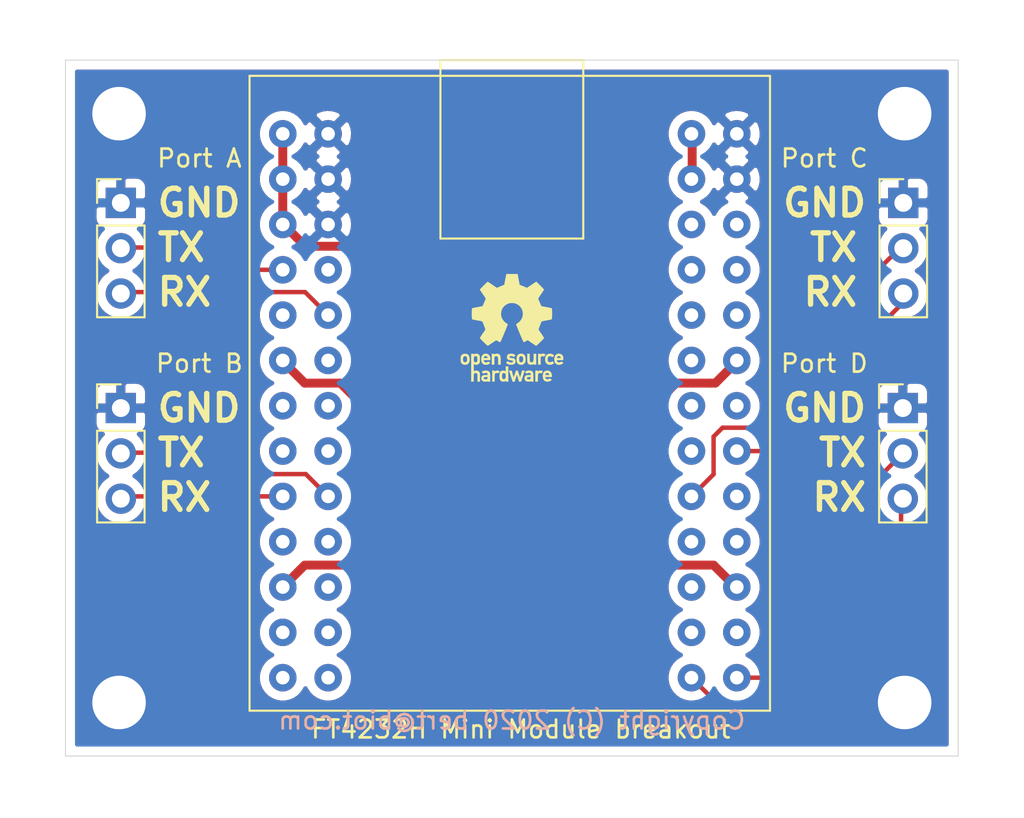
<source format=kicad_pcb>
(kicad_pcb (version 20171130) (host pcbnew 5.1.8-db9833491~88~ubuntu20.04.1)

  (general
    (thickness 1.6)
    (drawings 22)
    (tracks 64)
    (zones 0)
    (modules 6)
    (nets 42)
  )

  (page A4)
  (layers
    (0 F.Cu signal)
    (31 B.Cu signal)
    (32 B.Adhes user)
    (33 F.Adhes user)
    (34 B.Paste user)
    (35 F.Paste user)
    (36 B.SilkS user)
    (37 F.SilkS user)
    (38 B.Mask user)
    (39 F.Mask user)
    (40 Dwgs.User user)
    (41 Cmts.User user)
    (42 Eco1.User user)
    (43 Eco2.User user)
    (44 Edge.Cuts user)
    (45 Margin user)
    (46 B.CrtYd user)
    (47 F.CrtYd user)
    (48 B.Fab user)
    (49 F.Fab user)
  )

  (setup
    (last_trace_width 0.25)
    (user_trace_width 0.25)
    (trace_clearance 0.2)
    (zone_clearance 0.508)
    (zone_45_only no)
    (trace_min 0.2)
    (via_size 0.8)
    (via_drill 0.4)
    (via_min_size 0.4)
    (via_min_drill 0.3)
    (uvia_size 0.3)
    (uvia_drill 0.1)
    (uvias_allowed no)
    (uvia_min_size 0.2)
    (uvia_min_drill 0.1)
    (edge_width 0.05)
    (segment_width 0.2)
    (pcb_text_width 0.3)
    (pcb_text_size 1.5 1.5)
    (mod_edge_width 0.12)
    (mod_text_size 1 1)
    (mod_text_width 0.15)
    (pad_size 1.524 1.524)
    (pad_drill 0.762)
    (pad_to_mask_clearance 0)
    (aux_axis_origin 212 91)
    (visible_elements FFFFFF7F)
    (pcbplotparams
      (layerselection 0x010f0_ffffffff)
      (usegerberextensions false)
      (usegerberattributes false)
      (usegerberadvancedattributes false)
      (creategerberjobfile false)
      (excludeedgelayer true)
      (linewidth 0.100000)
      (plotframeref false)
      (viasonmask false)
      (mode 1)
      (useauxorigin false)
      (hpglpennumber 1)
      (hpglpenspeed 20)
      (hpglpendiameter 15.000000)
      (psnegative false)
      (psa4output false)
      (plotreference true)
      (plotvalue false)
      (plotinvisibletext false)
      (padsonsilk false)
      (subtractmaskfromsilk false)
      (outputformat 1)
      (mirror false)
      (drillshape 0)
      (scaleselection 1)
      (outputdirectory "gerber"))
  )

  (net 0 "")
  (net 1 "Net-(M1-PadCN3-11)")
  (net 2 "Net-(M1-PadCN3-18)")
  (net 3 "Net-(M1-PadCN3-20)")
  (net 4 "Net-(M1-PadCN3-13)")
  (net 5 "Net-(M1-PadCN3-15)")
  (net 6 "Net-(M1-PadCN3-5)")
  (net 7 "Net-(M1-PadCN3-7)")
  (net 8 "Net-(M1-PadCN3-9)")
  (net 9 "Net-(M1-PadCN3-14)")
  (net 10 "Net-(M1-PadCN3-19)")
  (net 11 "Net-(M1-PadCN3-21)")
  (net 12 "Net-(M1-PadCN3-10)")
  (net 13 "Net-(M1-PadCN3-1)")
  (net 14 "Net-(M1-PadCN3-8)")
  (net 15 "Net-(M1-PadCN3-24)")
  (net 16 "Net-(M1-PadCN3-23)")
  (net 17 "Net-(M1-PadCN3-6)")
  (net 18 "Net-(M1-PadCN2-25)")
  (net 19 "Net-(M1-PadCN2-26)")
  (net 20 "Net-(M1-PadCN2-24)")
  (net 21 "Net-(M1-PadCN2-23)")
  (net 22 "Net-(M1-PadCN2-22)")
  (net 23 "Net-(M1-PadCN2-20)")
  (net 24 "Net-(M1-PadCN2-19)")
  (net 25 "Net-(M1-PadCN2-13)")
  (net 26 "Net-(M1-PadCN2-16)")
  (net 27 "Net-(M1-PadCN2-15)")
  (net 28 "Net-(M1-PadCN2-14)")
  (net 29 "Net-(M1-PadCN2-9)")
  (net 30 "Net-(M1-PadCN2-12)")
  (net 31 "Net-(M1-PadCN2-8)")
  (net 32 "Net-(M1-PadCN2-1)")
  (net 33 GND)
  (net 34 "Net-(J1-Pad3)")
  (net 35 "Net-(J1-Pad2)")
  (net 36 "Net-(J3-Pad2)")
  (net 37 "Net-(J3-Pad3)")
  (net 38 "Net-(J4-Pad2)")
  (net 39 "Net-(J4-Pad3)")
  (net 40 "Net-(J2-Pad3)")
  (net 41 "Net-(J2-Pad2)")

  (net_class Default "This is the default net class."
    (clearance 0.2)
    (trace_width 0.5)
    (via_dia 0.8)
    (via_drill 0.4)
    (uvia_dia 0.3)
    (uvia_drill 0.1)
    (add_net GND)
    (add_net "Net-(J1-Pad2)")
    (add_net "Net-(J1-Pad3)")
    (add_net "Net-(J2-Pad2)")
    (add_net "Net-(J2-Pad3)")
    (add_net "Net-(J3-Pad2)")
    (add_net "Net-(J3-Pad3)")
    (add_net "Net-(J4-Pad2)")
    (add_net "Net-(J4-Pad3)")
    (add_net "Net-(M1-PadCN2-1)")
    (add_net "Net-(M1-PadCN2-12)")
    (add_net "Net-(M1-PadCN2-13)")
    (add_net "Net-(M1-PadCN2-14)")
    (add_net "Net-(M1-PadCN2-15)")
    (add_net "Net-(M1-PadCN2-16)")
    (add_net "Net-(M1-PadCN2-19)")
    (add_net "Net-(M1-PadCN2-20)")
    (add_net "Net-(M1-PadCN2-22)")
    (add_net "Net-(M1-PadCN2-23)")
    (add_net "Net-(M1-PadCN2-24)")
    (add_net "Net-(M1-PadCN2-25)")
    (add_net "Net-(M1-PadCN2-26)")
    (add_net "Net-(M1-PadCN2-8)")
    (add_net "Net-(M1-PadCN2-9)")
    (add_net "Net-(M1-PadCN3-1)")
    (add_net "Net-(M1-PadCN3-10)")
    (add_net "Net-(M1-PadCN3-11)")
    (add_net "Net-(M1-PadCN3-13)")
    (add_net "Net-(M1-PadCN3-14)")
    (add_net "Net-(M1-PadCN3-15)")
    (add_net "Net-(M1-PadCN3-18)")
    (add_net "Net-(M1-PadCN3-19)")
    (add_net "Net-(M1-PadCN3-20)")
    (add_net "Net-(M1-PadCN3-21)")
    (add_net "Net-(M1-PadCN3-23)")
    (add_net "Net-(M1-PadCN3-24)")
    (add_net "Net-(M1-PadCN3-5)")
    (add_net "Net-(M1-PadCN3-6)")
    (add_net "Net-(M1-PadCN3-7)")
    (add_net "Net-(M1-PadCN3-8)")
    (add_net "Net-(M1-PadCN3-9)")
  )

  (module Symbol:OSHW-Logo_5.7x6mm_SilkScreen (layer F.Cu) (tedit 0) (tstamp 5FCD35AD)
    (at 237 106)
    (descr "Open Source Hardware Logo")
    (tags "Logo OSHW")
    (attr virtual)
    (fp_text reference REF** (at 0 0) (layer F.SilkS) hide
      (effects (font (size 1 1) (thickness 0.15)))
    )
    (fp_text value OSHW-Logo_5.7x6mm_SilkScreen (at 0.75 0) (layer F.Fab) hide
      (effects (font (size 1 1) (thickness 0.15)))
    )
    (fp_poly (pts (xy -1.908759 1.469184) (xy -1.882247 1.482282) (xy -1.849553 1.505106) (xy -1.825725 1.529996)
      (xy -1.809406 1.561249) (xy -1.79924 1.603166) (xy -1.793872 1.660044) (xy -1.791944 1.736184)
      (xy -1.791831 1.768917) (xy -1.792161 1.840656) (xy -1.793527 1.891927) (xy -1.7965 1.927404)
      (xy -1.801649 1.951763) (xy -1.809543 1.96968) (xy -1.817757 1.981902) (xy -1.870187 2.033905)
      (xy -1.93193 2.065184) (xy -1.998536 2.074592) (xy -2.065558 2.06098) (xy -2.086792 2.051354)
      (xy -2.137624 2.024859) (xy -2.137624 2.440052) (xy -2.100525 2.420868) (xy -2.051643 2.406025)
      (xy -1.991561 2.402222) (xy -1.931564 2.409243) (xy -1.886256 2.425013) (xy -1.848675 2.455047)
      (xy -1.816564 2.498024) (xy -1.81415 2.502436) (xy -1.803967 2.523221) (xy -1.79653 2.54417)
      (xy -1.791411 2.569548) (xy -1.788181 2.603618) (xy -1.786413 2.650641) (xy -1.785677 2.714882)
      (xy -1.785544 2.787176) (xy -1.785544 3.017822) (xy -1.923861 3.017822) (xy -1.923861 2.592533)
      (xy -1.962549 2.559979) (xy -2.002738 2.53394) (xy -2.040797 2.529205) (xy -2.079066 2.541389)
      (xy -2.099462 2.55332) (xy -2.114642 2.570313) (xy -2.125438 2.595995) (xy -2.132683 2.633991)
      (xy -2.137208 2.687926) (xy -2.139844 2.761425) (xy -2.140772 2.810347) (xy -2.143911 3.011535)
      (xy -2.209926 3.015336) (xy -2.27594 3.019136) (xy -2.27594 1.77065) (xy -2.137624 1.77065)
      (xy -2.134097 1.840254) (xy -2.122215 1.888569) (xy -2.10002 1.918631) (xy -2.065559 1.933471)
      (xy -2.030742 1.936436) (xy -1.991329 1.933028) (xy -1.965171 1.919617) (xy -1.948814 1.901896)
      (xy -1.935937 1.882835) (xy -1.928272 1.861601) (xy -1.924861 1.831849) (xy -1.924749 1.787236)
      (xy -1.925897 1.74988) (xy -1.928532 1.693604) (xy -1.932456 1.656658) (xy -1.939063 1.633223)
      (xy -1.949749 1.61748) (xy -1.959833 1.60838) (xy -2.00197 1.588537) (xy -2.05184 1.585332)
      (xy -2.080476 1.592168) (xy -2.108828 1.616464) (xy -2.127609 1.663728) (xy -2.136712 1.733624)
      (xy -2.137624 1.77065) (xy -2.27594 1.77065) (xy -2.27594 1.458614) (xy -2.206782 1.458614)
      (xy -2.16526 1.460256) (xy -2.143838 1.466087) (xy -2.137626 1.477461) (xy -2.137624 1.477798)
      (xy -2.134742 1.488938) (xy -2.12203 1.487673) (xy -2.096757 1.475433) (xy -2.037869 1.456707)
      (xy -1.971615 1.454739) (xy -1.908759 1.469184)) (layer F.SilkS) (width 0.01))
    (fp_poly (pts (xy -1.38421 2.406555) (xy -1.325055 2.422339) (xy -1.280023 2.450948) (xy -1.248246 2.488419)
      (xy -1.238366 2.504411) (xy -1.231073 2.521163) (xy -1.225974 2.542592) (xy -1.222679 2.572616)
      (xy -1.220797 2.615154) (xy -1.219937 2.674122) (xy -1.219707 2.75344) (xy -1.219703 2.774484)
      (xy -1.219703 3.017822) (xy -1.280059 3.017822) (xy -1.318557 3.015126) (xy -1.347023 3.008295)
      (xy -1.354155 3.004083) (xy -1.373652 2.996813) (xy -1.393566 3.004083) (xy -1.426353 3.01316)
      (xy -1.473978 3.016813) (xy -1.526764 3.015228) (xy -1.575036 3.008589) (xy -1.603218 3.000072)
      (xy -1.657753 2.965063) (xy -1.691835 2.916479) (xy -1.707157 2.851882) (xy -1.707299 2.850223)
      (xy -1.705955 2.821566) (xy -1.584356 2.821566) (xy -1.573726 2.854161) (xy -1.55641 2.872505)
      (xy -1.521652 2.886379) (xy -1.475773 2.891917) (xy -1.428988 2.889191) (xy -1.391514 2.878274)
      (xy -1.381015 2.871269) (xy -1.362668 2.838904) (xy -1.35802 2.802111) (xy -1.35802 2.753763)
      (xy -1.427582 2.753763) (xy -1.493667 2.75885) (xy -1.543764 2.773263) (xy -1.574929 2.795729)
      (xy -1.584356 2.821566) (xy -1.705955 2.821566) (xy -1.703987 2.779647) (xy -1.68071 2.723845)
      (xy -1.636948 2.681647) (xy -1.630899 2.677808) (xy -1.604907 2.665309) (xy -1.572735 2.65774)
      (xy -1.52776 2.654061) (xy -1.474331 2.653216) (xy -1.35802 2.653169) (xy -1.35802 2.604411)
      (xy -1.362953 2.566581) (xy -1.375543 2.541236) (xy -1.377017 2.539887) (xy -1.405034 2.5288)
      (xy -1.447326 2.524503) (xy -1.494064 2.526615) (xy -1.535418 2.534756) (xy -1.559957 2.546965)
      (xy -1.573253 2.556746) (xy -1.587294 2.558613) (xy -1.606671 2.5506) (xy -1.635976 2.530739)
      (xy -1.679803 2.497063) (xy -1.683825 2.493909) (xy -1.681764 2.482236) (xy -1.664568 2.462822)
      (xy -1.638433 2.441248) (xy -1.609552 2.423096) (xy -1.600478 2.418809) (xy -1.56738 2.410256)
      (xy -1.51888 2.404155) (xy -1.464695 2.401708) (xy -1.462161 2.401703) (xy -1.38421 2.406555)) (layer F.SilkS) (width 0.01))
    (fp_poly (pts (xy -0.993356 2.40302) (xy -0.974539 2.40866) (xy -0.968473 2.421053) (xy -0.968218 2.426647)
      (xy -0.967129 2.44223) (xy -0.959632 2.444676) (xy -0.939381 2.433993) (xy -0.927351 2.426694)
      (xy -0.8894 2.411063) (xy -0.844072 2.403334) (xy -0.796544 2.40274) (xy -0.751995 2.408513)
      (xy -0.715602 2.419884) (xy -0.692543 2.436088) (xy -0.687996 2.456355) (xy -0.690291 2.461843)
      (xy -0.70702 2.484626) (xy -0.732963 2.512647) (xy -0.737655 2.517177) (xy -0.762383 2.538005)
      (xy -0.783718 2.544735) (xy -0.813555 2.540038) (xy -0.825508 2.536917) (xy -0.862705 2.529421)
      (xy -0.888859 2.532792) (xy -0.910946 2.544681) (xy -0.931178 2.560635) (xy -0.946079 2.5807)
      (xy -0.956434 2.608702) (xy -0.963029 2.648467) (xy -0.966649 2.703823) (xy -0.968078 2.778594)
      (xy -0.968218 2.82374) (xy -0.968218 3.017822) (xy -1.09396 3.017822) (xy -1.09396 2.401683)
      (xy -1.031089 2.401683) (xy -0.993356 2.40302)) (layer F.SilkS) (width 0.01))
    (fp_poly (pts (xy -0.201188 3.017822) (xy -0.270346 3.017822) (xy -0.310488 3.016645) (xy -0.331394 3.011772)
      (xy -0.338922 3.001186) (xy -0.339505 2.994029) (xy -0.340774 2.979676) (xy -0.348779 2.976923)
      (xy -0.369815 2.985771) (xy -0.386173 2.994029) (xy -0.448977 3.013597) (xy -0.517248 3.014729)
      (xy -0.572752 3.000135) (xy -0.624438 2.964877) (xy -0.663838 2.912835) (xy -0.685413 2.85145)
      (xy -0.685962 2.848018) (xy -0.689167 2.810571) (xy -0.690761 2.756813) (xy -0.690633 2.716155)
      (xy -0.553279 2.716155) (xy -0.550097 2.770194) (xy -0.542859 2.814735) (xy -0.53306 2.839888)
      (xy -0.495989 2.87426) (xy -0.451974 2.886582) (xy -0.406584 2.876618) (xy -0.367797 2.846895)
      (xy -0.353108 2.826905) (xy -0.344519 2.80305) (xy -0.340496 2.76823) (xy -0.339505 2.71593)
      (xy -0.341278 2.664139) (xy -0.345963 2.618634) (xy -0.352603 2.588181) (xy -0.35371 2.585452)
      (xy -0.380491 2.553) (xy -0.419579 2.535183) (xy -0.463315 2.532306) (xy -0.504038 2.544674)
      (xy -0.534087 2.572593) (xy -0.537204 2.578148) (xy -0.546961 2.612022) (xy -0.552277 2.660728)
      (xy -0.553279 2.716155) (xy -0.690633 2.716155) (xy -0.690568 2.69554) (xy -0.689664 2.662563)
      (xy -0.683514 2.580981) (xy -0.670733 2.51973) (xy -0.649471 2.474449) (xy -0.617878 2.440779)
      (xy -0.587207 2.421014) (xy -0.544354 2.40712) (xy -0.491056 2.402354) (xy -0.43648 2.406236)
      (xy -0.389792 2.418282) (xy -0.365124 2.432693) (xy -0.339505 2.455878) (xy -0.339505 2.162773)
      (xy -0.201188 2.162773) (xy -0.201188 3.017822)) (layer F.SilkS) (width 0.01))
    (fp_poly (pts (xy 0.281524 2.404237) (xy 0.331255 2.407971) (xy 0.461291 2.797773) (xy 0.481678 2.728614)
      (xy 0.493946 2.685874) (xy 0.510085 2.628115) (xy 0.527512 2.564625) (xy 0.536726 2.53057)
      (xy 0.571388 2.401683) (xy 0.714391 2.401683) (xy 0.671646 2.536857) (xy 0.650596 2.603342)
      (xy 0.625167 2.683539) (xy 0.59861 2.767193) (xy 0.574902 2.841782) (xy 0.520902 3.011535)
      (xy 0.462598 3.015328) (xy 0.404295 3.019122) (xy 0.372679 2.914734) (xy 0.353182 2.849889)
      (xy 0.331904 2.7784) (xy 0.313308 2.715263) (xy 0.312574 2.71275) (xy 0.298684 2.669969)
      (xy 0.286429 2.640779) (xy 0.277846 2.629741) (xy 0.276082 2.631018) (xy 0.269891 2.64813)
      (xy 0.258128 2.684787) (xy 0.242225 2.736378) (xy 0.223614 2.798294) (xy 0.213543 2.832352)
      (xy 0.159007 3.017822) (xy 0.043264 3.017822) (xy -0.049263 2.725471) (xy -0.075256 2.643462)
      (xy -0.098934 2.568987) (xy -0.11918 2.505544) (xy -0.134874 2.456632) (xy -0.144898 2.425749)
      (xy -0.147945 2.416726) (xy -0.145533 2.407487) (xy -0.126592 2.403441) (xy -0.087177 2.403846)
      (xy -0.081007 2.404152) (xy -0.007914 2.407971) (xy 0.039957 2.58401) (xy 0.057553 2.648211)
      (xy 0.073277 2.704649) (xy 0.085746 2.748422) (xy 0.093574 2.77463) (xy 0.09502 2.778903)
      (xy 0.101014 2.77399) (xy 0.113101 2.748532) (xy 0.129893 2.705997) (xy 0.150003 2.64985)
      (xy 0.167003 2.59913) (xy 0.231794 2.400504) (xy 0.281524 2.404237)) (layer F.SilkS) (width 0.01))
    (fp_poly (pts (xy 1.038411 2.405417) (xy 1.091411 2.41829) (xy 1.106731 2.42511) (xy 1.136428 2.442974)
      (xy 1.15922 2.463093) (xy 1.176083 2.488962) (xy 1.187998 2.524073) (xy 1.195942 2.57192)
      (xy 1.200894 2.635996) (xy 1.203831 2.719794) (xy 1.204947 2.775768) (xy 1.209052 3.017822)
      (xy 1.138932 3.017822) (xy 1.096393 3.016038) (xy 1.074476 3.009942) (xy 1.068812 2.999706)
      (xy 1.065821 2.988637) (xy 1.052451 2.990754) (xy 1.034233 2.999629) (xy 0.988624 3.013233)
      (xy 0.930007 3.016899) (xy 0.868354 3.010903) (xy 0.813638 2.995521) (xy 0.80873 2.993386)
      (xy 0.758723 2.958255) (xy 0.725756 2.909419) (xy 0.710587 2.852333) (xy 0.711746 2.831824)
      (xy 0.835508 2.831824) (xy 0.846413 2.859425) (xy 0.878745 2.879204) (xy 0.93091 2.889819)
      (xy 0.958787 2.891228) (xy 1.005247 2.88762) (xy 1.036129 2.873597) (xy 1.043664 2.866931)
      (xy 1.064076 2.830666) (xy 1.068812 2.797773) (xy 1.068812 2.753763) (xy 1.007513 2.753763)
      (xy 0.936256 2.757395) (xy 0.886276 2.768818) (xy 0.854696 2.788824) (xy 0.847626 2.797743)
      (xy 0.835508 2.831824) (xy 0.711746 2.831824) (xy 0.713971 2.792456) (xy 0.736663 2.735244)
      (xy 0.767624 2.69658) (xy 0.786376 2.679864) (xy 0.804733 2.668878) (xy 0.828619 2.66218)
      (xy 0.863957 2.658326) (xy 0.916669 2.655873) (xy 0.937577 2.655168) (xy 1.068812 2.650879)
      (xy 1.06862 2.611158) (xy 1.063537 2.569405) (xy 1.045162 2.544158) (xy 1.008039 2.52803)
      (xy 1.007043 2.527742) (xy 0.95441 2.5214) (xy 0.902906 2.529684) (xy 0.86463 2.549827)
      (xy 0.849272 2.559773) (xy 0.83273 2.558397) (xy 0.807275 2.543987) (xy 0.792328 2.533817)
      (xy 0.763091 2.512088) (xy 0.74498 2.4958) (xy 0.742074 2.491137) (xy 0.75404 2.467005)
      (xy 0.789396 2.438185) (xy 0.804753 2.428461) (xy 0.848901 2.411714) (xy 0.908398 2.402227)
      (xy 0.974487 2.400095) (xy 1.038411 2.405417)) (layer F.SilkS) (width 0.01))
    (fp_poly (pts (xy 1.635255 2.401486) (xy 1.683595 2.411015) (xy 1.711114 2.425125) (xy 1.740064 2.448568)
      (xy 1.698876 2.500571) (xy 1.673482 2.532064) (xy 1.656238 2.547428) (xy 1.639102 2.549776)
      (xy 1.614027 2.542217) (xy 1.602257 2.537941) (xy 1.55427 2.531631) (xy 1.510324 2.545156)
      (xy 1.47806 2.57571) (xy 1.472819 2.585452) (xy 1.467112 2.611258) (xy 1.462706 2.658817)
      (xy 1.459811 2.724758) (xy 1.458631 2.80571) (xy 1.458614 2.817226) (xy 1.458614 3.017822)
      (xy 1.320297 3.017822) (xy 1.320297 2.401683) (xy 1.389456 2.401683) (xy 1.429333 2.402725)
      (xy 1.450107 2.407358) (xy 1.457789 2.417849) (xy 1.458614 2.427745) (xy 1.458614 2.453806)
      (xy 1.491745 2.427745) (xy 1.529735 2.409965) (xy 1.58077 2.401174) (xy 1.635255 2.401486)) (layer F.SilkS) (width 0.01))
    (fp_poly (pts (xy 2.032581 2.40497) (xy 2.092685 2.420597) (xy 2.143021 2.452848) (xy 2.167393 2.47694)
      (xy 2.207345 2.533895) (xy 2.230242 2.599965) (xy 2.238108 2.681182) (xy 2.238148 2.687748)
      (xy 2.238218 2.753763) (xy 1.858264 2.753763) (xy 1.866363 2.788342) (xy 1.880987 2.819659)
      (xy 1.906581 2.852291) (xy 1.911935 2.8575) (xy 1.957943 2.885694) (xy 2.01041 2.890475)
      (xy 2.070803 2.871926) (xy 2.08104 2.866931) (xy 2.112439 2.851745) (xy 2.13347 2.843094)
      (xy 2.137139 2.842293) (xy 2.149948 2.850063) (xy 2.174378 2.869072) (xy 2.186779 2.87946)
      (xy 2.212476 2.903321) (xy 2.220915 2.919077) (xy 2.215058 2.933571) (xy 2.211928 2.937534)
      (xy 2.190725 2.954879) (xy 2.155738 2.975959) (xy 2.131337 2.988265) (xy 2.062072 3.009946)
      (xy 1.985388 3.016971) (xy 1.912765 3.008647) (xy 1.892426 3.002686) (xy 1.829476 2.968952)
      (xy 1.782815 2.917045) (xy 1.752173 2.846459) (xy 1.737282 2.756692) (xy 1.735647 2.709753)
      (xy 1.740421 2.641413) (xy 1.86099 2.641413) (xy 1.872652 2.646465) (xy 1.903998 2.650429)
      (xy 1.949571 2.652768) (xy 1.980446 2.653169) (xy 2.035981 2.652783) (xy 2.071033 2.650975)
      (xy 2.090262 2.646773) (xy 2.09833 2.639203) (xy 2.099901 2.628218) (xy 2.089121 2.594381)
      (xy 2.06198 2.56094) (xy 2.026277 2.535272) (xy 1.99056 2.524772) (xy 1.942048 2.534086)
      (xy 1.900053 2.561013) (xy 1.870936 2.599827) (xy 1.86099 2.641413) (xy 1.740421 2.641413)
      (xy 1.742599 2.610236) (xy 1.764055 2.530949) (xy 1.80047 2.471263) (xy 1.852297 2.430549)
      (xy 1.91999 2.408179) (xy 1.956662 2.403871) (xy 2.032581 2.40497)) (layer F.SilkS) (width 0.01))
    (fp_poly (pts (xy -2.538261 1.465148) (xy -2.472479 1.494231) (xy -2.42254 1.542793) (xy -2.388374 1.610908)
      (xy -2.369907 1.698651) (xy -2.368583 1.712351) (xy -2.367546 1.808939) (xy -2.380993 1.893602)
      (xy -2.408108 1.962221) (xy -2.422627 1.984294) (xy -2.473201 2.031011) (xy -2.537609 2.061268)
      (xy -2.609666 2.073824) (xy -2.683185 2.067439) (xy -2.739072 2.047772) (xy -2.787132 2.014629)
      (xy -2.826412 1.971175) (xy -2.827092 1.970158) (xy -2.843044 1.943338) (xy -2.85341 1.916368)
      (xy -2.859688 1.882332) (xy -2.863373 1.83431) (xy -2.864997 1.794931) (xy -2.865672 1.759219)
      (xy -2.739955 1.759219) (xy -2.738726 1.79477) (xy -2.734266 1.842094) (xy -2.726397 1.872465)
      (xy -2.712207 1.894072) (xy -2.698917 1.906694) (xy -2.651802 1.933122) (xy -2.602505 1.936653)
      (xy -2.556593 1.917639) (xy -2.533638 1.896331) (xy -2.517096 1.874859) (xy -2.507421 1.854313)
      (xy -2.503174 1.827574) (xy -2.50292 1.787523) (xy -2.504228 1.750638) (xy -2.507043 1.697947)
      (xy -2.511505 1.663772) (xy -2.519548 1.64148) (xy -2.533103 1.624442) (xy -2.543845 1.614703)
      (xy -2.588777 1.589123) (xy -2.637249 1.587847) (xy -2.677894 1.602999) (xy -2.712567 1.634642)
      (xy -2.733224 1.68662) (xy -2.739955 1.759219) (xy -2.865672 1.759219) (xy -2.866479 1.716621)
      (xy -2.863948 1.658056) (xy -2.856362 1.614007) (xy -2.842681 1.579248) (xy -2.821865 1.548551)
      (xy -2.814147 1.539436) (xy -2.765889 1.494021) (xy -2.714128 1.467493) (xy -2.650828 1.456379)
      (xy -2.619961 1.455471) (xy -2.538261 1.465148)) (layer F.SilkS) (width 0.01))
    (fp_poly (pts (xy -1.356699 1.472614) (xy -1.344168 1.478514) (xy -1.300799 1.510283) (xy -1.25979 1.556646)
      (xy -1.229168 1.607696) (xy -1.220459 1.631166) (xy -1.212512 1.673091) (xy -1.207774 1.723757)
      (xy -1.207199 1.744679) (xy -1.207129 1.810693) (xy -1.587083 1.810693) (xy -1.578983 1.845273)
      (xy -1.559104 1.88617) (xy -1.524347 1.921514) (xy -1.482998 1.944282) (xy -1.456649 1.94901)
      (xy -1.420916 1.943273) (xy -1.378282 1.928882) (xy -1.363799 1.922262) (xy -1.31024 1.895513)
      (xy -1.264533 1.930376) (xy -1.238158 1.953955) (xy -1.224124 1.973417) (xy -1.223414 1.979129)
      (xy -1.235951 1.992973) (xy -1.263428 2.014012) (xy -1.288366 2.030425) (xy -1.355664 2.05993)
      (xy -1.43111 2.073284) (xy -1.505888 2.069812) (xy -1.565495 2.051663) (xy -1.626941 2.012784)
      (xy -1.670608 1.961595) (xy -1.697926 1.895367) (xy -1.710322 1.811371) (xy -1.711421 1.772936)
      (xy -1.707022 1.684861) (xy -1.706482 1.682299) (xy -1.580582 1.682299) (xy -1.577115 1.690558)
      (xy -1.562863 1.695113) (xy -1.53347 1.697065) (xy -1.484575 1.697517) (xy -1.465748 1.697525)
      (xy -1.408467 1.696843) (xy -1.372141 1.694364) (xy -1.352604 1.689443) (xy -1.34569 1.681434)
      (xy -1.345445 1.678862) (xy -1.353336 1.658423) (xy -1.373085 1.629789) (xy -1.381575 1.619763)
      (xy -1.413094 1.591408) (xy -1.445949 1.580259) (xy -1.463651 1.579327) (xy -1.511539 1.590981)
      (xy -1.551699 1.622285) (xy -1.577173 1.667752) (xy -1.577625 1.669233) (xy -1.580582 1.682299)
      (xy -1.706482 1.682299) (xy -1.692392 1.61551) (xy -1.666038 1.560025) (xy -1.633807 1.520639)
      (xy -1.574217 1.477931) (xy -1.504168 1.455109) (xy -1.429661 1.453046) (xy -1.356699 1.472614)) (layer F.SilkS) (width 0.01))
    (fp_poly (pts (xy 0.014017 1.456452) (xy 0.061634 1.465482) (xy 0.111034 1.48437) (xy 0.116312 1.486777)
      (xy 0.153774 1.506476) (xy 0.179717 1.524781) (xy 0.188103 1.536508) (xy 0.180117 1.555632)
      (xy 0.16072 1.58385) (xy 0.15211 1.594384) (xy 0.116628 1.635847) (xy 0.070885 1.608858)
      (xy 0.02735 1.590878) (xy -0.02295 1.581267) (xy -0.071188 1.58066) (xy -0.108533 1.589691)
      (xy -0.117495 1.595327) (xy -0.134563 1.621171) (xy -0.136637 1.650941) (xy -0.123866 1.674197)
      (xy -0.116312 1.678708) (xy -0.093675 1.684309) (xy -0.053885 1.690892) (xy -0.004834 1.697183)
      (xy 0.004215 1.69817) (xy 0.082996 1.711798) (xy 0.140136 1.734946) (xy 0.17803 1.769752)
      (xy 0.199079 1.818354) (xy 0.205635 1.877718) (xy 0.196577 1.945198) (xy 0.167164 1.998188)
      (xy 0.117278 2.036783) (xy 0.0468 2.061081) (xy -0.031435 2.070667) (xy -0.095234 2.070552)
      (xy -0.146984 2.061845) (xy -0.182327 2.049825) (xy -0.226983 2.02888) (xy -0.268253 2.004574)
      (xy -0.282921 1.993876) (xy -0.320643 1.963084) (xy -0.275148 1.917049) (xy -0.229653 1.871013)
      (xy -0.177928 1.905243) (xy -0.126048 1.930952) (xy -0.070649 1.944399) (xy -0.017395 1.945818)
      (xy 0.028049 1.935443) (xy 0.060016 1.913507) (xy 0.070338 1.894998) (xy 0.068789 1.865314)
      (xy 0.04314 1.842615) (xy -0.00654 1.82694) (xy -0.060969 1.819695) (xy -0.144736 1.805873)
      (xy -0.206967 1.779796) (xy -0.248493 1.740699) (xy -0.270147 1.68782) (xy -0.273147 1.625126)
      (xy -0.258329 1.559642) (xy -0.224546 1.510144) (xy -0.171495 1.476408) (xy -0.098874 1.458207)
      (xy -0.045072 1.454639) (xy 0.014017 1.456452)) (layer F.SilkS) (width 0.01))
    (fp_poly (pts (xy 0.610762 1.466055) (xy 0.674363 1.500692) (xy 0.724123 1.555372) (xy 0.747568 1.599842)
      (xy 0.757634 1.639121) (xy 0.764156 1.695116) (xy 0.766951 1.759621) (xy 0.765836 1.824429)
      (xy 0.760626 1.881334) (xy 0.754541 1.911727) (xy 0.734014 1.953306) (xy 0.698463 1.997468)
      (xy 0.655619 2.036087) (xy 0.613211 2.061034) (xy 0.612177 2.06143) (xy 0.559553 2.072331)
      (xy 0.497188 2.072601) (xy 0.437924 2.062676) (xy 0.41504 2.054722) (xy 0.356102 2.0213)
      (xy 0.31389 1.977511) (xy 0.286156 1.919538) (xy 0.270651 1.843565) (xy 0.267143 1.803771)
      (xy 0.26759 1.753766) (xy 0.402376 1.753766) (xy 0.406917 1.826732) (xy 0.419986 1.882334)
      (xy 0.440756 1.917861) (xy 0.455552 1.92802) (xy 0.493464 1.935104) (xy 0.538527 1.933007)
      (xy 0.577487 1.922812) (xy 0.587704 1.917204) (xy 0.614659 1.884538) (xy 0.632451 1.834545)
      (xy 0.640024 1.773705) (xy 0.636325 1.708497) (xy 0.628057 1.669253) (xy 0.60432 1.623805)
      (xy 0.566849 1.595396) (xy 0.52172 1.585573) (xy 0.475011 1.595887) (xy 0.439132 1.621112)
      (xy 0.420277 1.641925) (xy 0.409272 1.662439) (xy 0.404026 1.690203) (xy 0.402449 1.732762)
      (xy 0.402376 1.753766) (xy 0.26759 1.753766) (xy 0.268094 1.69758) (xy 0.285388 1.610501)
      (xy 0.319029 1.54253) (xy 0.369018 1.493664) (xy 0.435356 1.463899) (xy 0.449601 1.460448)
      (xy 0.53521 1.452345) (xy 0.610762 1.466055)) (layer F.SilkS) (width 0.01))
    (fp_poly (pts (xy 0.993367 1.654342) (xy 0.994555 1.746563) (xy 0.998897 1.81661) (xy 1.007558 1.867381)
      (xy 1.021704 1.901772) (xy 1.0425 1.922679) (xy 1.07111 1.933) (xy 1.106535 1.935636)
      (xy 1.143636 1.932682) (xy 1.171818 1.921889) (xy 1.192243 1.90036) (xy 1.206079 1.865199)
      (xy 1.214491 1.81351) (xy 1.218643 1.742394) (xy 1.219703 1.654342) (xy 1.219703 1.458614)
      (xy 1.35802 1.458614) (xy 1.35802 2.062179) (xy 1.288862 2.062179) (xy 1.24717 2.060489)
      (xy 1.225701 2.054556) (xy 1.219703 2.043293) (xy 1.216091 2.033261) (xy 1.201714 2.035383)
      (xy 1.172736 2.04958) (xy 1.106319 2.07148) (xy 1.035875 2.069928) (xy 0.968377 2.046147)
      (xy 0.936233 2.027362) (xy 0.911715 2.007022) (xy 0.893804 1.981573) (xy 0.881479 1.947458)
      (xy 0.873723 1.901121) (xy 0.869516 1.839007) (xy 0.86784 1.757561) (xy 0.867624 1.694578)
      (xy 0.867624 1.458614) (xy 0.993367 1.458614) (xy 0.993367 1.654342)) (layer F.SilkS) (width 0.01))
    (fp_poly (pts (xy 2.217226 1.46388) (xy 2.29008 1.49483) (xy 2.313027 1.509895) (xy 2.342354 1.533048)
      (xy 2.360764 1.551253) (xy 2.363961 1.557183) (xy 2.354935 1.57034) (xy 2.331837 1.592667)
      (xy 2.313344 1.60825) (xy 2.262728 1.648926) (xy 2.22276 1.615295) (xy 2.191874 1.593584)
      (xy 2.161759 1.58609) (xy 2.127292 1.58792) (xy 2.072561 1.601528) (xy 2.034886 1.629772)
      (xy 2.011991 1.675433) (xy 2.001597 1.741289) (xy 2.001595 1.741331) (xy 2.002494 1.814939)
      (xy 2.016463 1.868946) (xy 2.044328 1.905716) (xy 2.063325 1.918168) (xy 2.113776 1.933673)
      (xy 2.167663 1.933683) (xy 2.214546 1.918638) (xy 2.225644 1.911287) (xy 2.253476 1.892511)
      (xy 2.275236 1.889434) (xy 2.298704 1.903409) (xy 2.324649 1.92851) (xy 2.365716 1.97088)
      (xy 2.320121 2.008464) (xy 2.249674 2.050882) (xy 2.170233 2.071785) (xy 2.087215 2.070272)
      (xy 2.032694 2.056411) (xy 1.96897 2.022135) (xy 1.918005 1.968212) (xy 1.894851 1.930149)
      (xy 1.876099 1.875536) (xy 1.866715 1.806369) (xy 1.866643 1.731407) (xy 1.875824 1.659409)
      (xy 1.894199 1.599137) (xy 1.897093 1.592958) (xy 1.939952 1.532351) (xy 1.997979 1.488224)
      (xy 2.066591 1.461493) (xy 2.141201 1.453073) (xy 2.217226 1.46388)) (layer F.SilkS) (width 0.01))
    (fp_poly (pts (xy 2.677898 1.456457) (xy 2.710096 1.464279) (xy 2.771825 1.492921) (xy 2.82461 1.536667)
      (xy 2.861141 1.589117) (xy 2.86616 1.600893) (xy 2.873045 1.63174) (xy 2.877864 1.677371)
      (xy 2.879505 1.723492) (xy 2.879505 1.810693) (xy 2.697178 1.810693) (xy 2.621979 1.810978)
      (xy 2.569003 1.812704) (xy 2.535325 1.817181) (xy 2.51802 1.82572) (xy 2.514163 1.83963)
      (xy 2.520829 1.860222) (xy 2.53277 1.884315) (xy 2.56608 1.924525) (xy 2.612368 1.944558)
      (xy 2.668944 1.943905) (xy 2.733031 1.922101) (xy 2.788417 1.895193) (xy 2.834375 1.931532)
      (xy 2.880333 1.967872) (xy 2.837096 2.007819) (xy 2.779374 2.045563) (xy 2.708386 2.06832)
      (xy 2.632029 2.074688) (xy 2.558199 2.063268) (xy 2.546287 2.059393) (xy 2.481399 2.025506)
      (xy 2.43313 1.974986) (xy 2.400465 1.906325) (xy 2.382385 1.818014) (xy 2.382175 1.816121)
      (xy 2.380556 1.719878) (xy 2.3871 1.685542) (xy 2.514852 1.685542) (xy 2.526584 1.690822)
      (xy 2.558438 1.694867) (xy 2.605397 1.697176) (xy 2.635154 1.697525) (xy 2.690648 1.697306)
      (xy 2.725346 1.695916) (xy 2.743601 1.692251) (xy 2.749766 1.68521) (xy 2.748195 1.67369)
      (xy 2.746878 1.669233) (xy 2.724382 1.627355) (xy 2.689003 1.593604) (xy 2.65778 1.578773)
      (xy 2.616301 1.579668) (xy 2.574269 1.598164) (xy 2.539012 1.628786) (xy 2.517854 1.666062)
      (xy 2.514852 1.685542) (xy 2.3871 1.685542) (xy 2.39669 1.635229) (xy 2.428698 1.564191)
      (xy 2.474701 1.508779) (xy 2.532821 1.471009) (xy 2.60118 1.452896) (xy 2.677898 1.456457)) (layer F.SilkS) (width 0.01))
    (fp_poly (pts (xy -0.754012 1.469002) (xy -0.722717 1.48395) (xy -0.692409 1.505541) (xy -0.669318 1.530391)
      (xy -0.6525 1.562087) (xy -0.641006 1.604214) (xy -0.633891 1.660358) (xy -0.630207 1.734106)
      (xy -0.629008 1.829044) (xy -0.628989 1.838985) (xy -0.628713 2.062179) (xy -0.76703 2.062179)
      (xy -0.76703 1.856418) (xy -0.767128 1.780189) (xy -0.767809 1.724939) (xy -0.769651 1.686501)
      (xy -0.773233 1.660706) (xy -0.779132 1.643384) (xy -0.787927 1.630368) (xy -0.80018 1.617507)
      (xy -0.843047 1.589873) (xy -0.889843 1.584745) (xy -0.934424 1.602217) (xy -0.949928 1.615221)
      (xy -0.96131 1.627447) (xy -0.969481 1.64054) (xy -0.974974 1.658615) (xy -0.97832 1.685787)
      (xy -0.980051 1.72617) (xy -0.980697 1.783879) (xy -0.980792 1.854132) (xy -0.980792 2.062179)
      (xy -1.119109 2.062179) (xy -1.119109 1.458614) (xy -1.04995 1.458614) (xy -1.008428 1.460256)
      (xy -0.987006 1.466087) (xy -0.980795 1.477461) (xy -0.980792 1.477798) (xy -0.97791 1.488938)
      (xy -0.965199 1.487674) (xy -0.939926 1.475434) (xy -0.882605 1.457424) (xy -0.817037 1.455421)
      (xy -0.754012 1.469002)) (layer F.SilkS) (width 0.01))
    (fp_poly (pts (xy 1.79946 1.45803) (xy 1.842711 1.471245) (xy 1.870558 1.487941) (xy 1.879629 1.501145)
      (xy 1.877132 1.516797) (xy 1.860931 1.541385) (xy 1.847232 1.5588) (xy 1.818992 1.590283)
      (xy 1.797775 1.603529) (xy 1.779688 1.602664) (xy 1.726035 1.58901) (xy 1.68663 1.58963)
      (xy 1.654632 1.605104) (xy 1.64389 1.614161) (xy 1.609505 1.646027) (xy 1.609505 2.062179)
      (xy 1.471188 2.062179) (xy 1.471188 1.458614) (xy 1.540347 1.458614) (xy 1.581869 1.460256)
      (xy 1.603291 1.466087) (xy 1.609502 1.477461) (xy 1.609505 1.477798) (xy 1.612439 1.489713)
      (xy 1.625704 1.488159) (xy 1.644084 1.479563) (xy 1.682046 1.463568) (xy 1.712872 1.453945)
      (xy 1.752536 1.451478) (xy 1.79946 1.45803)) (layer F.SilkS) (width 0.01))
    (fp_poly (pts (xy 0.376964 -2.709982) (xy 0.433812 -2.40843) (xy 0.853338 -2.235488) (xy 1.104984 -2.406605)
      (xy 1.175458 -2.45425) (xy 1.239163 -2.49679) (xy 1.293126 -2.532285) (xy 1.334373 -2.55879)
      (xy 1.359934 -2.574364) (xy 1.366895 -2.577722) (xy 1.379435 -2.569086) (xy 1.406231 -2.545208)
      (xy 1.44428 -2.509141) (xy 1.490579 -2.463933) (xy 1.542123 -2.412636) (xy 1.595909 -2.358299)
      (xy 1.648935 -2.303972) (xy 1.698195 -2.252705) (xy 1.740687 -2.207549) (xy 1.773407 -2.171554)
      (xy 1.793351 -2.14777) (xy 1.798119 -2.13981) (xy 1.791257 -2.125135) (xy 1.77202 -2.092986)
      (xy 1.74243 -2.046508) (xy 1.70451 -1.988844) (xy 1.660282 -1.92314) (xy 1.634654 -1.885664)
      (xy 1.587941 -1.817232) (xy 1.546432 -1.75548) (xy 1.51214 -1.703481) (xy 1.48708 -1.664308)
      (xy 1.473264 -1.641035) (xy 1.471188 -1.636145) (xy 1.475895 -1.622245) (xy 1.488723 -1.58985)
      (xy 1.507738 -1.543515) (xy 1.531003 -1.487794) (xy 1.556584 -1.427242) (xy 1.582545 -1.366414)
      (xy 1.60695 -1.309864) (xy 1.627863 -1.262148) (xy 1.643349 -1.227819) (xy 1.651472 -1.211432)
      (xy 1.651952 -1.210788) (xy 1.664707 -1.207659) (xy 1.698677 -1.200679) (xy 1.75034 -1.190533)
      (xy 1.816176 -1.177908) (xy 1.892664 -1.163491) (xy 1.93729 -1.155177) (xy 2.019021 -1.139616)
      (xy 2.092843 -1.124808) (xy 2.155021 -1.111564) (xy 2.201822 -1.100695) (xy 2.229509 -1.093011)
      (xy 2.235074 -1.090573) (xy 2.240526 -1.07407) (xy 2.244924 -1.0368) (xy 2.248272 -0.98312)
      (xy 2.250574 -0.917388) (xy 2.251832 -0.843963) (xy 2.252048 -0.767204) (xy 2.251227 -0.691468)
      (xy 2.249371 -0.621114) (xy 2.246482 -0.5605) (xy 2.242565 -0.513984) (xy 2.237622 -0.485925)
      (xy 2.234657 -0.480084) (xy 2.216934 -0.473083) (xy 2.179381 -0.463073) (xy 2.126964 -0.451231)
      (xy 2.064652 -0.438733) (xy 2.0429 -0.43469) (xy 1.938024 -0.41548) (xy 1.85518 -0.400009)
      (xy 1.79163 -0.387663) (xy 1.744637 -0.377827) (xy 1.711463 -0.369886) (xy 1.689371 -0.363224)
      (xy 1.675624 -0.357227) (xy 1.667484 -0.351281) (xy 1.666345 -0.350106) (xy 1.654977 -0.331174)
      (xy 1.637635 -0.294331) (xy 1.61605 -0.244087) (xy 1.591954 -0.184954) (xy 1.567079 -0.121444)
      (xy 1.543157 -0.058068) (xy 1.521919 0.000662) (xy 1.505097 0.050235) (xy 1.494422 0.086139)
      (xy 1.491627 0.103862) (xy 1.49186 0.104483) (xy 1.501331 0.11897) (xy 1.522818 0.150844)
      (xy 1.554063 0.196789) (xy 1.592807 0.253485) (xy 1.636793 0.317617) (xy 1.649319 0.335842)
      (xy 1.693984 0.401914) (xy 1.733288 0.4622) (xy 1.765088 0.513235) (xy 1.787245 0.55156)
      (xy 1.797617 0.573711) (xy 1.798119 0.576432) (xy 1.789405 0.590736) (xy 1.765325 0.619072)
      (xy 1.728976 0.658396) (xy 1.683453 0.705661) (xy 1.631852 0.757823) (xy 1.577267 0.811835)
      (xy 1.522794 0.864653) (xy 1.471529 0.913231) (xy 1.426567 0.954523) (xy 1.391004 0.985485)
      (xy 1.367935 1.00307) (xy 1.361554 1.005941) (xy 1.346699 0.999178) (xy 1.316286 0.980939)
      (xy 1.275268 0.954297) (xy 1.243709 0.932852) (xy 1.186525 0.893503) (xy 1.118806 0.847171)
      (xy 1.05088 0.800913) (xy 1.014361 0.776155) (xy 0.890752 0.692547) (xy 0.786991 0.74865)
      (xy 0.73972 0.773228) (xy 0.699523 0.792331) (xy 0.672326 0.803227) (xy 0.665402 0.804743)
      (xy 0.657077 0.793549) (xy 0.640654 0.761917) (xy 0.617357 0.712765) (xy 0.588414 0.64901)
      (xy 0.55505 0.573571) (xy 0.518491 0.489364) (xy 0.479964 0.399308) (xy 0.440694 0.306321)
      (xy 0.401908 0.21332) (xy 0.36483 0.123223) (xy 0.330689 0.038948) (xy 0.300708 -0.036587)
      (xy 0.276116 -0.100466) (xy 0.258136 -0.149769) (xy 0.247997 -0.181579) (xy 0.246366 -0.192504)
      (xy 0.259291 -0.206439) (xy 0.287589 -0.22906) (xy 0.325346 -0.255667) (xy 0.328515 -0.257772)
      (xy 0.4261 -0.335886) (xy 0.504786 -0.427018) (xy 0.563891 -0.528255) (xy 0.602732 -0.636682)
      (xy 0.620628 -0.749386) (xy 0.616897 -0.863452) (xy 0.590857 -0.975966) (xy 0.541825 -1.084015)
      (xy 0.5274 -1.107655) (xy 0.452369 -1.203113) (xy 0.36373 -1.279768) (xy 0.264549 -1.33722)
      (xy 0.157895 -1.375071) (xy 0.046836 -1.392922) (xy -0.065561 -1.390375) (xy -0.176227 -1.36703)
      (xy -0.282094 -1.32249) (xy -0.380095 -1.256355) (xy -0.41041 -1.229513) (xy -0.487562 -1.145488)
      (xy -0.543782 -1.057034) (xy -0.582347 -0.957885) (xy -0.603826 -0.859697) (xy -0.609128 -0.749303)
      (xy -0.591448 -0.63836) (xy -0.552581 -0.530619) (xy -0.494323 -0.429831) (xy -0.418469 -0.339744)
      (xy -0.326817 -0.264108) (xy -0.314772 -0.256136) (xy -0.276611 -0.230026) (xy -0.247601 -0.207405)
      (xy -0.233732 -0.192961) (xy -0.233531 -0.192504) (xy -0.236508 -0.176879) (xy -0.248311 -0.141418)
      (xy -0.267714 -0.089038) (xy -0.293488 -0.022655) (xy -0.324409 0.054814) (xy -0.359249 0.14045)
      (xy -0.396783 0.231337) (xy -0.435783 0.324559) (xy -0.475023 0.417197) (xy -0.513276 0.506335)
      (xy -0.549317 0.589055) (xy -0.581917 0.662441) (xy -0.609852 0.723575) (xy -0.631895 0.769541)
      (xy -0.646818 0.797421) (xy -0.652828 0.804743) (xy -0.671191 0.799041) (xy -0.705552 0.783749)
      (xy -0.749984 0.761599) (xy -0.774417 0.74865) (xy -0.878178 0.692547) (xy -1.001787 0.776155)
      (xy -1.064886 0.818987) (xy -1.13397 0.866122) (xy -1.198707 0.910503) (xy -1.231134 0.932852)
      (xy -1.276741 0.963477) (xy -1.31536 0.987747) (xy -1.341952 1.002587) (xy -1.35059 1.005724)
      (xy -1.363161 0.997261) (xy -1.390984 0.973636) (xy -1.431361 0.937302) (xy -1.481595 0.890711)
      (xy -1.538988 0.836317) (xy -1.575286 0.801392) (xy -1.63879 0.738996) (xy -1.693673 0.683188)
      (xy -1.737714 0.636354) (xy -1.768695 0.600882) (xy -1.784398 0.579161) (xy -1.785905 0.574752)
      (xy -1.778914 0.557985) (xy -1.759594 0.524082) (xy -1.730091 0.476476) (xy -1.692545 0.418599)
      (xy -1.6491 0.353884) (xy -1.636745 0.335842) (xy -1.591727 0.270267) (xy -1.55134 0.211228)
      (xy -1.51784 0.162042) (xy -1.493486 0.126028) (xy -1.480536 0.106502) (xy -1.479285 0.104483)
      (xy -1.481156 0.088922) (xy -1.491087 0.054709) (xy -1.507347 0.006355) (xy -1.528205 -0.051629)
      (xy -1.551927 -0.11473) (xy -1.576784 -0.178437) (xy -1.601042 -0.238239) (xy -1.622971 -0.289624)
      (xy -1.640838 -0.328081) (xy -1.652913 -0.349098) (xy -1.653771 -0.350106) (xy -1.661154 -0.356112)
      (xy -1.673625 -0.362052) (xy -1.69392 -0.36854) (xy -1.724778 -0.376191) (xy -1.768934 -0.38562)
      (xy -1.829126 -0.397441) (xy -1.908093 -0.412271) (xy -2.00857 -0.430723) (xy -2.030325 -0.43469)
      (xy -2.094802 -0.447147) (xy -2.151011 -0.459334) (xy -2.193987 -0.470074) (xy -2.21876 -0.478191)
      (xy -2.222082 -0.480084) (xy -2.227556 -0.496862) (xy -2.232006 -0.534355) (xy -2.235428 -0.588206)
      (xy -2.237819 -0.654056) (xy -2.239177 -0.727547) (xy -2.239499 -0.80432) (xy -2.238781 -0.880017)
      (xy -2.237021 -0.95028) (xy -2.234216 -1.01075) (xy -2.230362 -1.05707) (xy -2.225457 -1.084881)
      (xy -2.2225 -1.090573) (xy -2.206037 -1.096314) (xy -2.168551 -1.105655) (xy -2.113775 -1.117785)
      (xy -2.045445 -1.131893) (xy -1.967294 -1.14717) (xy -1.924716 -1.155177) (xy -1.843929 -1.170279)
      (xy -1.771887 -1.18396) (xy -1.712111 -1.195533) (xy -1.668121 -1.204313) (xy -1.643439 -1.209613)
      (xy -1.639377 -1.210788) (xy -1.632511 -1.224035) (xy -1.617998 -1.255943) (xy -1.597771 -1.301953)
      (xy -1.573766 -1.357508) (xy -1.547918 -1.418047) (xy -1.52216 -1.479014) (xy -1.498427 -1.535849)
      (xy -1.478654 -1.583994) (xy -1.464776 -1.61889) (xy -1.458726 -1.635979) (xy -1.458614 -1.636726)
      (xy -1.465472 -1.650207) (xy -1.484698 -1.68123) (xy -1.514272 -1.726711) (xy -1.552173 -1.783568)
      (xy -1.59638 -1.848717) (xy -1.622079 -1.886138) (xy -1.668907 -1.954753) (xy -1.710499 -2.017048)
      (xy -1.744825 -2.069871) (xy -1.769857 -2.110073) (xy -1.783565 -2.1345) (xy -1.785544 -2.139976)
      (xy -1.777034 -2.152722) (xy -1.753507 -2.179937) (xy -1.717968 -2.218572) (xy -1.673423 -2.265577)
      (xy -1.622877 -2.317905) (xy -1.569336 -2.372505) (xy -1.515805 -2.42633) (xy -1.465289 -2.47633)
      (xy -1.420794 -2.519457) (xy -1.385325 -2.552661) (xy -1.361887 -2.572894) (xy -1.354046 -2.577722)
      (xy -1.34128 -2.570933) (xy -1.310744 -2.551858) (xy -1.26541 -2.522439) (xy -1.208244 -2.484619)
      (xy -1.142216 -2.440339) (xy -1.09241 -2.406605) (xy -0.840764 -2.235488) (xy -0.631001 -2.321959)
      (xy -0.421237 -2.40843) (xy -0.364389 -2.709982) (xy -0.30754 -3.011534) (xy 0.320115 -3.011534)
      (xy 0.376964 -2.709982)) (layer F.SilkS) (width 0.01))
  )

  (module Connector_PinHeader_2.54mm:PinHeader_1x03_P2.54mm_Vertical (layer F.Cu) (tedit 59FED5CC) (tstamp 5FCBA059)
    (at 258.9 110.5)
    (descr "Through hole straight pin header, 1x03, 2.54mm pitch, single row")
    (tags "Through hole pin header THT 1x03 2.54mm single row")
    (path /5FCC9F4F)
    (fp_text reference "Port D" (at -4.4 -2.5) (layer F.SilkS)
      (effects (font (size 1 1) (thickness 0.15)))
    )
    (fp_text value Conn_01x03_Male (at 0 7.41) (layer F.Fab)
      (effects (font (size 1 1) (thickness 0.15)))
    )
    (fp_text user %R (at 0 2.54 90) (layer F.Fab)
      (effects (font (size 1 1) (thickness 0.15)))
    )
    (fp_line (start -0.635 -1.27) (end 1.27 -1.27) (layer F.Fab) (width 0.1))
    (fp_line (start 1.27 -1.27) (end 1.27 6.35) (layer F.Fab) (width 0.1))
    (fp_line (start 1.27 6.35) (end -1.27 6.35) (layer F.Fab) (width 0.1))
    (fp_line (start -1.27 6.35) (end -1.27 -0.635) (layer F.Fab) (width 0.1))
    (fp_line (start -1.27 -0.635) (end -0.635 -1.27) (layer F.Fab) (width 0.1))
    (fp_line (start -1.33 6.41) (end 1.33 6.41) (layer F.SilkS) (width 0.12))
    (fp_line (start -1.33 1.27) (end -1.33 6.41) (layer F.SilkS) (width 0.12))
    (fp_line (start 1.33 1.27) (end 1.33 6.41) (layer F.SilkS) (width 0.12))
    (fp_line (start -1.33 1.27) (end 1.33 1.27) (layer F.SilkS) (width 0.12))
    (fp_line (start -1.33 0) (end -1.33 -1.33) (layer F.SilkS) (width 0.12))
    (fp_line (start -1.33 -1.33) (end 0 -1.33) (layer F.SilkS) (width 0.12))
    (fp_line (start -1.8 -1.8) (end -1.8 6.85) (layer F.CrtYd) (width 0.05))
    (fp_line (start -1.8 6.85) (end 1.8 6.85) (layer F.CrtYd) (width 0.05))
    (fp_line (start 1.8 6.85) (end 1.8 -1.8) (layer F.CrtYd) (width 0.05))
    (fp_line (start 1.8 -1.8) (end -1.8 -1.8) (layer F.CrtYd) (width 0.05))
    (pad 3 thru_hole oval (at 0 5.08) (size 1.7 1.7) (drill 1) (layers *.Cu *.Mask)
      (net 39 "Net-(J4-Pad3)"))
    (pad 2 thru_hole oval (at 0 2.54) (size 1.7 1.7) (drill 1) (layers *.Cu *.Mask)
      (net 38 "Net-(J4-Pad2)"))
    (pad 1 thru_hole rect (at 0 0) (size 1.7 1.7) (drill 1) (layers *.Cu *.Mask)
      (net 33 GND))
    (model ${KISYS3DMOD}/Connector_PinHeader_2.54mm.3dshapes/PinHeader_1x03_P2.54mm_Vertical.wrl
      (at (xyz 0 0 0))
      (scale (xyz 1 1 1))
      (rotate (xyz 0 0 0))
    )
  )

  (module Connector_PinHeader_2.54mm:PinHeader_1x03_P2.54mm_Vertical (layer F.Cu) (tedit 59FED5CC) (tstamp 5FCD49A6)
    (at 258.925 99)
    (descr "Through hole straight pin header, 1x03, 2.54mm pitch, single row")
    (tags "Through hole pin header THT 1x03 2.54mm single row")
    (path /5FCCD77C)
    (fp_text reference "Port C" (at -4.425 -2.5) (layer F.SilkS)
      (effects (font (size 1 1) (thickness 0.15)))
    )
    (fp_text value Conn_01x03_Male (at 0 7.41) (layer F.Fab)
      (effects (font (size 1 1) (thickness 0.15)))
    )
    (fp_text user %R (at 0 2.54 90) (layer F.Fab)
      (effects (font (size 1 1) (thickness 0.15)))
    )
    (fp_line (start -0.635 -1.27) (end 1.27 -1.27) (layer F.Fab) (width 0.1))
    (fp_line (start 1.27 -1.27) (end 1.27 6.35) (layer F.Fab) (width 0.1))
    (fp_line (start 1.27 6.35) (end -1.27 6.35) (layer F.Fab) (width 0.1))
    (fp_line (start -1.27 6.35) (end -1.27 -0.635) (layer F.Fab) (width 0.1))
    (fp_line (start -1.27 -0.635) (end -0.635 -1.27) (layer F.Fab) (width 0.1))
    (fp_line (start -1.33 6.41) (end 1.33 6.41) (layer F.SilkS) (width 0.12))
    (fp_line (start -1.33 1.27) (end -1.33 6.41) (layer F.SilkS) (width 0.12))
    (fp_line (start 1.33 1.27) (end 1.33 6.41) (layer F.SilkS) (width 0.12))
    (fp_line (start -1.33 1.27) (end 1.33 1.27) (layer F.SilkS) (width 0.12))
    (fp_line (start -1.33 0) (end -1.33 -1.33) (layer F.SilkS) (width 0.12))
    (fp_line (start -1.33 -1.33) (end 0 -1.33) (layer F.SilkS) (width 0.12))
    (fp_line (start -1.8 -1.8) (end -1.8 6.85) (layer F.CrtYd) (width 0.05))
    (fp_line (start -1.8 6.85) (end 1.8 6.85) (layer F.CrtYd) (width 0.05))
    (fp_line (start 1.8 6.85) (end 1.8 -1.8) (layer F.CrtYd) (width 0.05))
    (fp_line (start 1.8 -1.8) (end -1.8 -1.8) (layer F.CrtYd) (width 0.05))
    (pad 3 thru_hole oval (at 0 5.08) (size 1.7 1.7) (drill 1) (layers *.Cu *.Mask)
      (net 37 "Net-(J3-Pad3)"))
    (pad 2 thru_hole oval (at 0 2.54) (size 1.7 1.7) (drill 1) (layers *.Cu *.Mask)
      (net 36 "Net-(J3-Pad2)"))
    (pad 1 thru_hole rect (at 0 0) (size 1.7 1.7) (drill 1) (layers *.Cu *.Mask)
      (net 33 GND))
    (model ${KISYS3DMOD}/Connector_PinHeader_2.54mm.3dshapes/PinHeader_1x03_P2.54mm_Vertical.wrl
      (at (xyz 0 0 0))
      (scale (xyz 1 1 1))
      (rotate (xyz 0 0 0))
    )
  )

  (module Connector_PinHeader_2.54mm:PinHeader_1x03_P2.54mm_Vertical (layer F.Cu) (tedit 59FED5CC) (tstamp 5FCBA164)
    (at 215.1 110.5)
    (descr "Through hole straight pin header, 1x03, 2.54mm pitch, single row")
    (tags "Through hole pin header THT 1x03 2.54mm single row")
    (path /5FCB1CA3)
    (fp_text reference "Port B" (at 4.4 -2.5) (layer F.SilkS)
      (effects (font (size 1 1) (thickness 0.15)))
    )
    (fp_text value Conn_01x03_Male (at 0 7.41) (layer F.Fab)
      (effects (font (size 1 1) (thickness 0.15)))
    )
    (fp_text user %R (at 0 2.54 90) (layer F.Fab)
      (effects (font (size 1 1) (thickness 0.15)))
    )
    (fp_line (start -0.635 -1.27) (end 1.27 -1.27) (layer F.Fab) (width 0.1))
    (fp_line (start 1.27 -1.27) (end 1.27 6.35) (layer F.Fab) (width 0.1))
    (fp_line (start 1.27 6.35) (end -1.27 6.35) (layer F.Fab) (width 0.1))
    (fp_line (start -1.27 6.35) (end -1.27 -0.635) (layer F.Fab) (width 0.1))
    (fp_line (start -1.27 -0.635) (end -0.635 -1.27) (layer F.Fab) (width 0.1))
    (fp_line (start -1.33 6.41) (end 1.33 6.41) (layer F.SilkS) (width 0.12))
    (fp_line (start -1.33 1.27) (end -1.33 6.41) (layer F.SilkS) (width 0.12))
    (fp_line (start 1.33 1.27) (end 1.33 6.41) (layer F.SilkS) (width 0.12))
    (fp_line (start -1.33 1.27) (end 1.33 1.27) (layer F.SilkS) (width 0.12))
    (fp_line (start -1.33 0) (end -1.33 -1.33) (layer F.SilkS) (width 0.12))
    (fp_line (start -1.33 -1.33) (end 0 -1.33) (layer F.SilkS) (width 0.12))
    (fp_line (start -1.8 -1.8) (end -1.8 6.85) (layer F.CrtYd) (width 0.05))
    (fp_line (start -1.8 6.85) (end 1.8 6.85) (layer F.CrtYd) (width 0.05))
    (fp_line (start 1.8 6.85) (end 1.8 -1.8) (layer F.CrtYd) (width 0.05))
    (fp_line (start 1.8 -1.8) (end -1.8 -1.8) (layer F.CrtYd) (width 0.05))
    (pad 3 thru_hole oval (at 0 5.08) (size 1.7 1.7) (drill 1) (layers *.Cu *.Mask)
      (net 40 "Net-(J2-Pad3)"))
    (pad 2 thru_hole oval (at 0 2.54) (size 1.7 1.7) (drill 1) (layers *.Cu *.Mask)
      (net 41 "Net-(J2-Pad2)"))
    (pad 1 thru_hole rect (at 0 0) (size 1.7 1.7) (drill 1) (layers *.Cu *.Mask)
      (net 33 GND))
    (model ${KISYS3DMOD}/Connector_PinHeader_2.54mm.3dshapes/PinHeader_1x03_P2.54mm_Vertical.wrl
      (at (xyz 0 0 0))
      (scale (xyz 1 1 1))
      (rotate (xyz 0 0 0))
    )
  )

  (module Connector_PinHeader_2.54mm:PinHeader_1x03_P2.54mm_Vertical (layer F.Cu) (tedit 59FED5CC) (tstamp 5FCD4127)
    (at 215.1 99)
    (descr "Through hole straight pin header, 1x03, 2.54mm pitch, single row")
    (tags "Through hole pin header THT 1x03 2.54mm single row")
    (path /5FCABDFD)
    (fp_text reference "Port A" (at 4.4 -2.5) (layer F.SilkS)
      (effects (font (size 1 1) (thickness 0.15)))
    )
    (fp_text value Conn_01x03_Male (at 0 7.41) (layer F.Fab)
      (effects (font (size 1 1) (thickness 0.15)))
    )
    (fp_text user %R (at 0 2.54 90) (layer F.Fab)
      (effects (font (size 1 1) (thickness 0.15)))
    )
    (fp_line (start -0.635 -1.27) (end 1.27 -1.27) (layer F.Fab) (width 0.1))
    (fp_line (start 1.27 -1.27) (end 1.27 6.35) (layer F.Fab) (width 0.1))
    (fp_line (start 1.27 6.35) (end -1.27 6.35) (layer F.Fab) (width 0.1))
    (fp_line (start -1.27 6.35) (end -1.27 -0.635) (layer F.Fab) (width 0.1))
    (fp_line (start -1.27 -0.635) (end -0.635 -1.27) (layer F.Fab) (width 0.1))
    (fp_line (start -1.33 6.41) (end 1.33 6.41) (layer F.SilkS) (width 0.12))
    (fp_line (start -1.33 1.27) (end -1.33 6.41) (layer F.SilkS) (width 0.12))
    (fp_line (start 1.33 1.27) (end 1.33 6.41) (layer F.SilkS) (width 0.12))
    (fp_line (start -1.33 1.27) (end 1.33 1.27) (layer F.SilkS) (width 0.12))
    (fp_line (start -1.33 0) (end -1.33 -1.33) (layer F.SilkS) (width 0.12))
    (fp_line (start -1.33 -1.33) (end 0 -1.33) (layer F.SilkS) (width 0.12))
    (fp_line (start -1.8 -1.8) (end -1.8 6.85) (layer F.CrtYd) (width 0.05))
    (fp_line (start -1.8 6.85) (end 1.8 6.85) (layer F.CrtYd) (width 0.05))
    (fp_line (start 1.8 6.85) (end 1.8 -1.8) (layer F.CrtYd) (width 0.05))
    (fp_line (start 1.8 -1.8) (end -1.8 -1.8) (layer F.CrtYd) (width 0.05))
    (pad 3 thru_hole oval (at 0 5.08) (size 1.7 1.7) (drill 1) (layers *.Cu *.Mask)
      (net 34 "Net-(J1-Pad3)"))
    (pad 2 thru_hole oval (at 0 2.54) (size 1.7 1.7) (drill 1) (layers *.Cu *.Mask)
      (net 35 "Net-(J1-Pad2)"))
    (pad 1 thru_hole rect (at 0 0) (size 1.7 1.7) (drill 1) (layers *.Cu *.Mask)
      (net 33 GND))
    (model ${KISYS3DMOD}/Connector_PinHeader_2.54mm.3dshapes/PinHeader_1x03_P2.54mm_Vertical.wrl
      (at (xyz 0 0 0))
      (scale (xyz 1 1 1))
      (rotate (xyz 0 0 0))
    )
  )

  (module ft4232h-mm-breakout:FT4232-mini-module (layer F.Cu) (tedit 5FC94E51) (tstamp 5FC95554)
    (at 239.310001 87.88)
    (path /5FCAF630)
    (fp_text reference M1 (at -2.54 2.54) (layer F.SilkS) hide
      (effects (font (size 1 1) (thickness 0.15)))
    )
    (fp_text value FT4232-mini-module (at -2.54 40.64) (layer F.Fab)
      (effects (font (size 1 1) (thickness 0.15)))
    )
    (fp_line (start -17 4) (end 12.15 4) (layer F.SilkS) (width 0.12))
    (fp_line (start 12.15 4) (end 12.15 39.58) (layer F.SilkS) (width 0.12))
    (fp_line (start 12.15 39.58) (end -17 39.58) (layer F.SilkS) (width 0.12))
    (fp_line (start -17 39.58) (end -17 4) (layer F.SilkS) (width 0.12))
    (pad CN3-11 thru_hole circle (at 7.75 19.95 270) (size 1.542 1.542) (drill 0.762) (layers *.Cu *.Mask)
      (net 1 "Net-(M1-PadCN3-11)"))
    (pad CN3-18 thru_hole circle (at 10.29 27.57 270) (size 1.542 1.542) (drill 0.762) (layers *.Cu *.Mask)
      (net 2 "Net-(M1-PadCN3-18)"))
    (pad CN3-20 thru_hole circle (at 10.29 30.11 270) (size 1.542 1.542) (drill 0.762) (layers *.Cu *.Mask)
      (net 3 "Net-(M1-PadCN3-20)"))
    (pad CN3-13 thru_hole circle (at 7.75 22.49 270) (size 1.542 1.542) (drill 0.762) (layers *.Cu *.Mask)
      (net 4 "Net-(M1-PadCN3-13)"))
    (pad CN3-17 thru_hole circle (at 7.75 27.57 270) (size 1.542 1.542) (drill 0.762) (layers *.Cu *.Mask)
      (net 36 "Net-(J3-Pad2)"))
    (pad CN3-16 thru_hole circle (at 10.29 25.03 270) (size 1.542 1.542) (drill 0.762) (layers *.Cu *.Mask)
      (net 37 "Net-(J3-Pad3)"))
    (pad CN3-12 thru_hole circle (at 10.29 19.95 270) (size 1.542 1.542) (drill 0.762) (layers *.Cu *.Mask)
      (net 32 "Net-(M1-PadCN2-1)"))
    (pad CN3-15 thru_hole circle (at 7.75 25.03 270) (size 1.542 1.542) (drill 0.762) (layers *.Cu *.Mask)
      (net 5 "Net-(M1-PadCN3-15)"))
    (pad CN3-5 thru_hole circle (at 7.75 12.33 270) (size 1.542 1.542) (drill 0.762) (layers *.Cu *.Mask)
      (net 6 "Net-(M1-PadCN3-5)"))
    (pad CN3-7 thru_hole circle (at 7.75 14.87 270) (size 1.542 1.542) (drill 0.762) (layers *.Cu *.Mask)
      (net 7 "Net-(M1-PadCN3-7)"))
    (pad CN3-9 thru_hole circle (at 7.75 17.41 270) (size 1.542 1.542) (drill 0.762) (layers *.Cu *.Mask)
      (net 8 "Net-(M1-PadCN3-9)"))
    (pad CN3-14 thru_hole circle (at 10.29 22.49 270) (size 1.542 1.542) (drill 0.762) (layers *.Cu *.Mask)
      (net 9 "Net-(M1-PadCN3-14)"))
    (pad CN3-19 thru_hole circle (at 7.75 30.11 270) (size 1.542 1.542) (drill 0.762) (layers *.Cu *.Mask)
      (net 10 "Net-(M1-PadCN3-19)"))
    (pad CN3-21 thru_hole circle (at 7.75 32.65 270) (size 1.542 1.542) (drill 0.762) (layers *.Cu *.Mask)
      (net 11 "Net-(M1-PadCN3-21)"))
    (pad CN3-22 thru_hole circle (at 10.29 32.65 270) (size 1.542 1.542) (drill 0.762) (layers *.Cu *.Mask)
      (net 32 "Net-(M1-PadCN2-1)"))
    (pad CN3-10 thru_hole circle (at 10.29 17.41 270) (size 1.542 1.542) (drill 0.762) (layers *.Cu *.Mask)
      (net 12 "Net-(M1-PadCN3-10)"))
    (pad CN3-4 thru_hole circle (at 10.29 9.79 270) (size 1.542 1.542) (drill 0.762) (layers *.Cu *.Mask)
      (net 33 GND))
    (pad CN3-1 thru_hole circle (at 7.75 7.25 270) (size 1.542 1.542) (drill 0.762) (layers *.Cu *.Mask)
      (net 13 "Net-(M1-PadCN3-1)"))
    (pad CN3-26 thru_hole circle (at 10.29 37.73 270) (size 1.542 1.542) (drill 0.762) (layers *.Cu *.Mask)
      (net 38 "Net-(J4-Pad2)"))
    (pad CN3-8 thru_hole circle (at 10.29 14.87 270) (size 1.542 1.542) (drill 0.762) (layers *.Cu *.Mask)
      (net 14 "Net-(M1-PadCN3-8)"))
    (pad CN3-25 thru_hole circle (at 7.75 37.73 270) (size 1.542 1.542) (drill 0.762) (layers *.Cu *.Mask)
      (net 39 "Net-(J4-Pad3)"))
    (pad CN3-24 thru_hole circle (at 10.29 35.19 270) (size 1.542 1.542) (drill 0.762) (layers *.Cu *.Mask)
      (net 15 "Net-(M1-PadCN3-24)"))
    (pad CN3-23 thru_hole circle (at 7.75 35.19 270) (size 1.542 1.542) (drill 0.762) (layers *.Cu *.Mask)
      (net 16 "Net-(M1-PadCN3-23)"))
    (pad CN3-6 thru_hole circle (at 10.29 12.33 270) (size 1.542 1.542) (drill 0.762) (layers *.Cu *.Mask)
      (net 17 "Net-(M1-PadCN3-6)"))
    (pad CN3-3 thru_hole circle (at 7.75 9.79 270) (size 1.542 1.542) (drill 0.762) (layers *.Cu *.Mask)
      (net 13 "Net-(M1-PadCN3-1)"))
    (pad CN3-2 thru_hole circle (at 10.29 7.25 270) (size 1.542 1.542) (drill 0.762) (layers *.Cu *.Mask)
      (net 33 GND))
    (pad CN2-25 thru_hole circle (at -15.14 37.73 270) (size 1.542 1.542) (drill 0.762) (layers *.Cu *.Mask)
      (net 18 "Net-(M1-PadCN2-25)"))
    (pad CN2-26 thru_hole circle (at -12.6 37.73 270) (size 1.542 1.542) (drill 0.762) (layers *.Cu *.Mask)
      (net 19 "Net-(M1-PadCN2-26)"))
    (pad CN2-21 thru_hole circle (at -15.14 32.65 270) (size 1.542 1.542) (drill 0.762) (layers *.Cu *.Mask)
      (net 32 "Net-(M1-PadCN2-1)"))
    (pad CN2-24 thru_hole circle (at -12.6 35.19 270) (size 1.542 1.542) (drill 0.762) (layers *.Cu *.Mask)
      (net 20 "Net-(M1-PadCN2-24)"))
    (pad CN2-23 thru_hole circle (at -15.14 35.19 270) (size 1.542 1.542) (drill 0.762) (layers *.Cu *.Mask)
      (net 21 "Net-(M1-PadCN2-23)"))
    (pad CN2-22 thru_hole circle (at -12.6 32.65 270) (size 1.542 1.542) (drill 0.762) (layers *.Cu *.Mask)
      (net 22 "Net-(M1-PadCN2-22)"))
    (pad CN2-17 thru_hole circle (at -15.14 27.57 270) (size 1.542 1.542) (drill 0.762) (layers *.Cu *.Mask)
      (net 40 "Net-(J2-Pad3)"))
    (pad CN2-20 thru_hole circle (at -12.6 30.11 270) (size 1.542 1.542) (drill 0.762) (layers *.Cu *.Mask)
      (net 23 "Net-(M1-PadCN2-20)"))
    (pad CN2-19 thru_hole circle (at -15.14 30.11 270) (size 1.542 1.542) (drill 0.762) (layers *.Cu *.Mask)
      (net 24 "Net-(M1-PadCN2-19)"))
    (pad CN2-18 thru_hole circle (at -12.6 27.57 270) (size 1.542 1.542) (drill 0.762) (layers *.Cu *.Mask)
      (net 41 "Net-(J2-Pad2)"))
    (pad CN2-13 thru_hole circle (at -15.14 22.49 270) (size 1.542 1.542) (drill 0.762) (layers *.Cu *.Mask)
      (net 25 "Net-(M1-PadCN2-13)"))
    (pad CN2-16 thru_hole circle (at -12.6 25.03 270) (size 1.542 1.542) (drill 0.762) (layers *.Cu *.Mask)
      (net 26 "Net-(M1-PadCN2-16)"))
    (pad CN2-15 thru_hole circle (at -15.14 25.03 270) (size 1.542 1.542) (drill 0.762) (layers *.Cu *.Mask)
      (net 27 "Net-(M1-PadCN2-15)"))
    (pad CN2-14 thru_hole circle (at -12.6 22.49 270) (size 1.542 1.542) (drill 0.762) (layers *.Cu *.Mask)
      (net 28 "Net-(M1-PadCN2-14)"))
    (pad CN2-9 thru_hole circle (at -15.14 17.41 270) (size 1.542 1.542) (drill 0.762) (layers *.Cu *.Mask)
      (net 29 "Net-(M1-PadCN2-9)"))
    (pad CN2-12 thru_hole circle (at -12.6 19.95 270) (size 1.542 1.542) (drill 0.762) (layers *.Cu *.Mask)
      (net 30 "Net-(M1-PadCN2-12)"))
    (pad CN2-11 thru_hole circle (at -15.14 19.95 270) (size 1.542 1.542) (drill 0.762) (layers *.Cu *.Mask)
      (net 32 "Net-(M1-PadCN2-1)"))
    (pad CN2-10 thru_hole circle (at -12.6 17.41 270) (size 1.542 1.542) (drill 0.762) (layers *.Cu *.Mask)
      (net 34 "Net-(J1-Pad3)"))
    (pad CN2-5 thru_hole circle (at -15.14 12.33 270) (size 1.542 1.542) (drill 0.762) (layers *.Cu *.Mask)
      (net 32 "Net-(M1-PadCN2-1)"))
    (pad CN2-8 thru_hole circle (at -12.6 14.87 270) (size 1.542 1.542) (drill 0.762) (layers *.Cu *.Mask)
      (net 31 "Net-(M1-PadCN2-8)"))
    (pad CN2-7 thru_hole circle (at -15.14 14.87 270) (size 1.542 1.542) (drill 0.762) (layers *.Cu *.Mask)
      (net 35 "Net-(J1-Pad2)"))
    (pad CN2-6 thru_hole circle (at -12.6 12.33 270) (size 1.542 1.542) (drill 0.762) (layers *.Cu *.Mask)
      (net 33 GND))
    (pad CN2-4 thru_hole circle (at -12.6 9.79 270) (size 1.542 1.542) (drill 0.762) (layers *.Cu *.Mask)
      (net 33 GND))
    (pad CN2-3 thru_hole circle (at -15.14 9.79 270) (size 1.542 1.542) (drill 0.762) (layers *.Cu *.Mask)
      (net 32 "Net-(M1-PadCN2-1)"))
    (pad CN2-2 thru_hole circle (at -12.6 7.25 270) (size 1.542 1.542) (drill 0.762) (layers *.Cu *.Mask)
      (net 33 GND))
    (pad CN2-1 thru_hole circle (at -15.14 7.25 270) (size 1.542 1.542) (drill 0.762) (layers *.Cu *.Mask)
      (net 32 "Net-(M1-PadCN2-1)"))
  )

  (gr_text "Copyright (C) 2020 bert@biot.com" (at 237 128) (layer B.SilkS)
    (effects (font (size 1 1) (thickness 0.15)) (justify mirror))
  )
  (gr_text "FT4232H Mini Module breakout" (at 237.5 128.5) (layer F.SilkS)
    (effects (font (size 1 1) (thickness 0.15)))
  )
  (gr_line (start 241 91) (end 233 91) (layer F.SilkS) (width 0.12) (tstamp 5FCCCFEA))
  (gr_line (start 241 101) (end 241 91) (layer F.SilkS) (width 0.12))
  (gr_line (start 233 101) (end 241 101) (layer F.SilkS) (width 0.12))
  (gr_line (start 233 91) (end 233 101) (layer F.SilkS) (width 0.12))
  (gr_text TX (at 257 113) (layer F.SilkS) (tstamp 5FCCCE03)
    (effects (font (size 1.5 1.5) (thickness 0.3)) (justify right))
  )
  (gr_text GND (at 257 110.5) (layer F.SilkS) (tstamp 5FCCCE02)
    (effects (font (size 1.5 1.5) (thickness 0.3)) (justify right))
  )
  (gr_text RX (at 257 115.5) (layer F.SilkS) (tstamp 5FCCCE01)
    (effects (font (size 1.5 1.5) (thickness 0.3)) (justify right))
  )
  (gr_text GND (at 257 99) (layer F.SilkS) (tstamp 5FCCCC6E)
    (effects (font (size 1.5 1.5) (thickness 0.3)) (justify right))
  )
  (gr_text RX (at 256.5 104) (layer F.SilkS) (tstamp 5FCCCC6D)
    (effects (font (size 1.5 1.5) (thickness 0.3)) (justify right))
  )
  (gr_text TX (at 256.5 101.5) (layer F.SilkS) (tstamp 5FCCCC6C)
    (effects (font (size 1.5 1.5) (thickness 0.3)) (justify right))
  )
  (gr_text GND (at 217 110.5) (layer F.SilkS) (tstamp 5FCCCC6E)
    (effects (font (size 1.5 1.5) (thickness 0.3)) (justify left))
  )
  (gr_text RX (at 217 115.5) (layer F.SilkS) (tstamp 5FCCCC6D)
    (effects (font (size 1.5 1.5) (thickness 0.3)) (justify left))
  )
  (gr_text TX (at 217 113) (layer F.SilkS) (tstamp 5FCCCC6C)
    (effects (font (size 1.5 1.5) (thickness 0.3)) (justify left))
  )
  (gr_text RX (at 217 104) (layer F.SilkS) (tstamp 5FCD406E)
    (effects (font (size 1.5 1.5) (thickness 0.3)) (justify left))
  )
  (gr_text TX (at 217 101.5) (layer F.SilkS) (tstamp 5FCD40B3)
    (effects (font (size 1.5 1.5) (thickness 0.3)) (justify left))
  )
  (gr_text GND (at 217 99) (layer F.SilkS) (tstamp 5FCD4068)
    (effects (font (size 1.5 1.5) (thickness 0.3)) (justify left))
  )
  (gr_line (start 212 130) (end 212 91) (layer Edge.Cuts) (width 0.05) (tstamp 5FCBF3FA))
  (gr_line (start 262 130) (end 212 130) (layer Edge.Cuts) (width 0.05))
  (gr_line (start 262 91) (end 262 130) (layer Edge.Cuts) (width 0.05))
  (gr_line (start 212 91) (end 262 91) (layer Edge.Cuts) (width 0.05))

  (segment (start 247.060001 97.660001) (end 247.1 97.620002) (width 0.25) (layer F.Cu) (net 13))
  (segment (start 247.1 97.620002) (end 247.1 95.1) (width 0.5) (layer F.Cu) (net 13))
  (segment (start 224.07 120.63) (end 225.4 119.3) (width 0.5) (layer F.Cu) (net 32))
  (segment (start 228 119.2) (end 227.9 119.2) (width 0.25) (layer F.Cu) (net 32))
  (segment (start 225.5 119.3) (end 227.999999 119.3) (width 0.5) (layer F.Cu) (net 32))
  (segment (start 225.4 109.1) (end 225 108.7) (width 0.5) (layer F.Cu) (net 32))
  (segment (start 225 108.7) (end 224.3 108) (width 0.5) (layer F.Cu) (net 32))
  (segment (start 227.4 109.1) (end 225.4 109.1) (width 0.5) (layer F.Cu) (net 32))
  (segment (start 229 110.7) (end 227.4 109.1) (width 0.5) (layer F.Cu) (net 32))
  (segment (start 229 118.3) (end 229 110.7) (width 0.5) (layer F.Cu) (net 32))
  (segment (start 228.1 119.2) (end 229 118.3) (width 0.5) (layer F.Cu) (net 32))
  (segment (start 228 119.2) (end 228.1 119.2) (width 0.25) (layer F.Cu) (net 32))
  (segment (start 229 110.7) (end 229 102.7) (width 0.5) (layer F.Cu) (net 32))
  (segment (start 229 102.7) (end 229 102.6) (width 0.5) (layer F.Cu) (net 32))
  (segment (start 227.831001 101.431001) (end 225.431001 101.431001) (width 0.5) (layer F.Cu) (net 32))
  (segment (start 229 102.6) (end 227.831001 101.431001) (width 0.5) (layer F.Cu) (net 32))
  (segment (start 225.431001 101.431001) (end 224.2 100.2) (width 0.5) (layer F.Cu) (net 32))
  (segment (start 224.170001 100.21) (end 224.170001 95.370001) (width 0.5) (layer F.Cu) (net 32))
  (segment (start 229 118.3) (end 245.2 118.3) (width 0.5) (layer F.Cu) (net 32))
  (segment (start 245.2 118.3) (end 246.2 119.3) (width 0.5) (layer F.Cu) (net 32))
  (segment (start 246.2 119.3) (end 248.3 119.3) (width 0.5) (layer F.Cu) (net 32))
  (segment (start 248.3 119.3) (end 249.5 120.5) (width 0.5) (layer F.Cu) (net 32))
  (segment (start 245.2 118.3) (end 245.2 110.1) (width 0.5) (layer F.Cu) (net 32))
  (segment (start 245.2 110.1) (end 246.2 109.1) (width 0.5) (layer F.Cu) (net 32))
  (segment (start 246.2 109.1) (end 248.1 109.1) (width 0.5) (layer F.Cu) (net 32))
  (segment (start 248.1 109.1) (end 248.4 109.1) (width 0.5) (layer F.Cu) (net 32))
  (segment (start 248.4 109.1) (end 249.6 107.9) (width 0.5) (layer F.Cu) (net 32))
  (via (at 215 94) (size 4) (drill 3) (layers F.Cu B.Cu) (net 33))
  (via (at 259 127) (size 4) (drill 3) (layers F.Cu B.Cu) (net 33))
  (via (at 259 94) (size 4) (drill 3) (layers F.Cu B.Cu) (net 33))
  (via (at 215 127) (size 4) (drill 3) (layers F.Cu B.Cu) (net 33))
  (segment (start 226.710001 105.29) (end 225.420001 104) (width 0.25) (layer F.Cu) (net 34))
  (segment (start 225.420001 104) (end 215.4 104) (width 0.25) (layer F.Cu) (net 34))
  (segment (start 224.170001 102.75) (end 222.15 102.75) (width 0.25) (layer F.Cu) (net 35))
  (segment (start 222.15 102.75) (end 220.75 102.75) (width 0.25) (layer F.Cu) (net 35))
  (segment (start 220.75 102.75) (end 219.5 101.5) (width 0.25) (layer F.Cu) (net 35))
  (segment (start 219.5 101.5) (end 215 101.5) (width 0.25) (layer F.Cu) (net 35))
  (segment (start 258.56359 101.7) (end 258.6 101.7) (width 0.25) (layer F.Cu) (net 36))
  (segment (start 255.3 104.96359) (end 258.56359 101.7) (width 0.25) (layer F.Cu) (net 36))
  (segment (start 255.3 107.2) (end 255.3 104.96359) (width 0.25) (layer F.Cu) (net 36))
  (segment (start 250.9 111.6) (end 255.3 107.2) (width 0.25) (layer F.Cu) (net 36))
  (segment (start 248.3 112.1) (end 248.8 111.6) (width 0.25) (layer F.Cu) (net 36))
  (segment (start 248.3 114.210001) (end 248.3 112.1) (width 0.25) (layer F.Cu) (net 36))
  (segment (start 248.8 111.6) (end 250.9 111.6) (width 0.25) (layer F.Cu) (net 36))
  (segment (start 247.060001 115.45) (end 248.3 114.210001) (width 0.25) (layer F.Cu) (net 36))
  (segment (start 249.600001 112.91) (end 253.29 112.91) (width 0.25) (layer F.Cu) (net 37))
  (segment (start 253.29 112.91) (end 256.2 110) (width 0.25) (layer F.Cu) (net 37))
  (segment (start 256.2 110) (end 256.2 107.3) (width 0.25) (layer F.Cu) (net 37))
  (segment (start 256.2 107.3) (end 258.7 104.8) (width 0.25) (layer F.Cu) (net 37))
  (segment (start 249.600001 125.61) (end 251.99 125.61) (width 0.25) (layer F.Cu) (net 38))
  (segment (start 251.99 125.61) (end 256.1 121.5) (width 0.25) (layer F.Cu) (net 38))
  (segment (start 256.1 115.84) (end 256.1 116) (width 0.25) (layer F.Cu) (net 38))
  (segment (start 258.9 113.04) (end 256.1 115.84) (width 0.25) (layer F.Cu) (net 38))
  (segment (start 256.1 121.5) (end 256.1 116) (width 0.25) (layer F.Cu) (net 38))
  (segment (start 247.060001 125.61) (end 249.150001 127.7) (width 0.25) (layer F.Cu) (net 39))
  (segment (start 249.150001 127.7) (end 251.3 127.7) (width 0.25) (layer F.Cu) (net 39))
  (segment (start 251.3 127.7) (end 258.8 120.2) (width 0.25) (layer F.Cu) (net 39))
  (segment (start 258.8 120.2) (end 258.8 115.9) (width 0.25) (layer F.Cu) (net 39))
  (segment (start 224.170001 115.45) (end 220.85 115.45) (width 0.25) (layer F.Cu) (net 40))
  (segment (start 220.85 115.45) (end 215.55 115.45) (width 0.25) (layer F.Cu) (net 40))
  (segment (start 218.5 113) (end 215.5 113) (width 0.25) (layer F.Cu) (net 41))
  (segment (start 225.460001 114.2) (end 219.7 114.2) (width 0.25) (layer F.Cu) (net 41))
  (segment (start 226.710001 115.45) (end 225.460001 114.2) (width 0.25) (layer F.Cu) (net 41))
  (segment (start 218.5 113) (end 219.7 114.2) (width 0.25) (layer F.Cu) (net 41))

  (zone (net 33) (net_name GND) (layer F.Cu) (tstamp 5FCD5EEE) (hatch edge 0.508)
    (connect_pads (clearance 0.508))
    (min_thickness 0.254)
    (fill yes (arc_segments 32) (thermal_gap 0.508) (thermal_bridge_width 0.508))
    (polygon
      (pts
        (xy 263.3 89.9) (xy 263.6 131.8) (xy 210.1 131.5) (xy 210.3 89.8)
      )
    )
    (filled_polygon
      (pts
        (xy 261.340001 129.34) (xy 212.66 129.34) (xy 212.66 109.65) (xy 213.611928 109.65) (xy 213.615 110.21425)
        (xy 213.77375 110.373) (xy 214.973 110.373) (xy 214.973 109.17375) (xy 215.227 109.17375) (xy 215.227 110.373)
        (xy 216.42625 110.373) (xy 216.585 110.21425) (xy 216.588072 109.65) (xy 216.575812 109.525518) (xy 216.539502 109.40582)
        (xy 216.480537 109.295506) (xy 216.401185 109.198815) (xy 216.304494 109.119463) (xy 216.19418 109.060498) (xy 216.074482 109.024188)
        (xy 215.95 109.011928) (xy 215.38575 109.015) (xy 215.227 109.17375) (xy 214.973 109.17375) (xy 214.81425 109.015)
        (xy 214.25 109.011928) (xy 214.125518 109.024188) (xy 214.00582 109.060498) (xy 213.895506 109.119463) (xy 213.798815 109.198815)
        (xy 213.719463 109.295506) (xy 213.660498 109.40582) (xy 213.624188 109.525518) (xy 213.611928 109.65) (xy 212.66 109.65)
        (xy 212.66 99.85) (xy 213.611928 99.85) (xy 213.624188 99.974482) (xy 213.660498 100.09418) (xy 213.719463 100.204494)
        (xy 213.798815 100.301185) (xy 213.895506 100.380537) (xy 214.00582 100.439502) (xy 214.07838 100.461513) (xy 213.946525 100.593368)
        (xy 213.78401 100.836589) (xy 213.672068 101.106842) (xy 213.615 101.39374) (xy 213.615 101.68626) (xy 213.672068 101.973158)
        (xy 213.78401 102.243411) (xy 213.946525 102.486632) (xy 214.153368 102.693475) (xy 214.32776 102.81) (xy 214.153368 102.926525)
        (xy 213.946525 103.133368) (xy 213.78401 103.376589) (xy 213.672068 103.646842) (xy 213.615 103.93374) (xy 213.615 104.22626)
        (xy 213.672068 104.513158) (xy 213.78401 104.783411) (xy 213.946525 105.026632) (xy 214.153368 105.233475) (xy 214.396589 105.39599)
        (xy 214.666842 105.507932) (xy 214.95374 105.565) (xy 215.24626 105.565) (xy 215.533158 105.507932) (xy 215.803411 105.39599)
        (xy 216.046632 105.233475) (xy 216.253475 105.026632) (xy 216.41599 104.783411) (xy 216.425687 104.76) (xy 222.867691 104.76)
        (xy 222.818033 104.879885) (xy 222.764001 105.151521) (xy 222.764001 105.428479) (xy 222.818033 105.700115) (xy 222.92402 105.955991)
        (xy 223.07789 106.186273) (xy 223.273728 106.382111) (xy 223.50401 106.535981) (xy 223.561997 106.56) (xy 223.50401 106.584019)
        (xy 223.273728 106.737889) (xy 223.07789 106.933727) (xy 222.92402 107.164009) (xy 222.818033 107.419885) (xy 222.764001 107.691521)
        (xy 222.764001 107.968479) (xy 222.818033 108.240115) (xy 222.92402 108.495991) (xy 223.07789 108.726273) (xy 223.273728 108.922111)
        (xy 223.50401 109.075981) (xy 223.561997 109.1) (xy 223.50401 109.124019) (xy 223.273728 109.277889) (xy 223.07789 109.473727)
        (xy 222.92402 109.704009) (xy 222.818033 109.959885) (xy 222.764001 110.231521) (xy 222.764001 110.508479) (xy 222.818033 110.780115)
        (xy 222.92402 111.035991) (xy 223.07789 111.266273) (xy 223.273728 111.462111) (xy 223.50401 111.615981) (xy 223.561997 111.64)
        (xy 223.50401 111.664019) (xy 223.273728 111.817889) (xy 223.07789 112.013727) (xy 222.92402 112.244009) (xy 222.818033 112.499885)
        (xy 222.764001 112.771521) (xy 222.764001 113.048479) (xy 222.818033 113.320115) (xy 222.867691 113.44) (xy 220.014802 113.44)
        (xy 219.063804 112.489003) (xy 219.040001 112.459999) (xy 218.924276 112.365026) (xy 218.792247 112.294454) (xy 218.648986 112.250997)
        (xy 218.537333 112.24) (xy 218.537322 112.24) (xy 218.5 112.236324) (xy 218.462678 112.24) (xy 216.351451 112.24)
        (xy 216.253475 112.093368) (xy 216.12162 111.961513) (xy 216.19418 111.939502) (xy 216.304494 111.880537) (xy 216.401185 111.801185)
        (xy 216.480537 111.704494) (xy 216.539502 111.59418) (xy 216.575812 111.474482) (xy 216.588072 111.35) (xy 216.585 110.78575)
        (xy 216.42625 110.627) (xy 215.227 110.627) (xy 215.227 110.647) (xy 214.973 110.647) (xy 214.973 110.627)
        (xy 213.77375 110.627) (xy 213.615 110.78575) (xy 213.611928 111.35) (xy 213.624188 111.474482) (xy 213.660498 111.59418)
        (xy 213.719463 111.704494) (xy 213.798815 111.801185) (xy 213.895506 111.880537) (xy 214.00582 111.939502) (xy 214.07838 111.961513)
        (xy 213.946525 112.093368) (xy 213.78401 112.336589) (xy 213.672068 112.606842) (xy 213.615 112.89374) (xy 213.615 113.18626)
        (xy 213.672068 113.473158) (xy 213.78401 113.743411) (xy 213.946525 113.986632) (xy 214.153368 114.193475) (xy 214.32776 114.31)
        (xy 214.153368 114.426525) (xy 213.946525 114.633368) (xy 213.78401 114.876589) (xy 213.672068 115.146842) (xy 213.615 115.43374)
        (xy 213.615 115.72626) (xy 213.672068 116.013158) (xy 213.78401 116.283411) (xy 213.946525 116.526632) (xy 214.153368 116.733475)
        (xy 214.396589 116.89599) (xy 214.666842 117.007932) (xy 214.95374 117.065) (xy 215.24626 117.065) (xy 215.533158 117.007932)
        (xy 215.803411 116.89599) (xy 216.046632 116.733475) (xy 216.253475 116.526632) (xy 216.41599 116.283411) (xy 216.446398 116.21)
        (xy 222.986835 116.21) (xy 223.07789 116.346273) (xy 223.273728 116.542111) (xy 223.50401 116.695981) (xy 223.561997 116.72)
        (xy 223.50401 116.744019) (xy 223.273728 116.897889) (xy 223.07789 117.093727) (xy 222.92402 117.324009) (xy 222.818033 117.579885)
        (xy 222.764001 117.851521) (xy 222.764001 118.128479) (xy 222.818033 118.400115) (xy 222.92402 118.655991) (xy 223.07789 118.886273)
        (xy 223.273728 119.082111) (xy 223.50401 119.235981) (xy 223.561997 119.26) (xy 223.50401 119.284019) (xy 223.273728 119.437889)
        (xy 223.07789 119.633727) (xy 222.92402 119.864009) (xy 222.818033 120.119885) (xy 222.764001 120.391521) (xy 222.764001 120.668479)
        (xy 222.818033 120.940115) (xy 222.92402 121.195991) (xy 223.07789 121.426273) (xy 223.273728 121.622111) (xy 223.50401 121.775981)
        (xy 223.561997 121.8) (xy 223.50401 121.824019) (xy 223.273728 121.977889) (xy 223.07789 122.173727) (xy 222.92402 122.404009)
        (xy 222.818033 122.659885) (xy 222.764001 122.931521) (xy 222.764001 123.208479) (xy 222.818033 123.480115) (xy 222.92402 123.735991)
        (xy 223.07789 123.966273) (xy 223.273728 124.162111) (xy 223.50401 124.315981) (xy 223.561997 124.34) (xy 223.50401 124.364019)
        (xy 223.273728 124.517889) (xy 223.07789 124.713727) (xy 222.92402 124.944009) (xy 222.818033 125.199885) (xy 222.764001 125.471521)
        (xy 222.764001 125.748479) (xy 222.818033 126.020115) (xy 222.92402 126.275991) (xy 223.07789 126.506273) (xy 223.273728 126.702111)
        (xy 223.50401 126.855981) (xy 223.759886 126.961968) (xy 224.031522 127.016) (xy 224.30848 127.016) (xy 224.580116 126.961968)
        (xy 224.835992 126.855981) (xy 225.066274 126.702111) (xy 225.262112 126.506273) (xy 225.415982 126.275991) (xy 225.440001 126.218004)
        (xy 225.46402 126.275991) (xy 225.61789 126.506273) (xy 225.813728 126.702111) (xy 226.04401 126.855981) (xy 226.299886 126.961968)
        (xy 226.571522 127.016) (xy 226.84848 127.016) (xy 227.120116 126.961968) (xy 227.375992 126.855981) (xy 227.606274 126.702111)
        (xy 227.802112 126.506273) (xy 227.955982 126.275991) (xy 228.061969 126.020115) (xy 228.116001 125.748479) (xy 228.116001 125.471521)
        (xy 228.061969 125.199885) (xy 227.955982 124.944009) (xy 227.802112 124.713727) (xy 227.606274 124.517889) (xy 227.375992 124.364019)
        (xy 227.318005 124.34) (xy 227.375992 124.315981) (xy 227.606274 124.162111) (xy 227.802112 123.966273) (xy 227.955982 123.735991)
        (xy 228.061969 123.480115) (xy 228.116001 123.208479) (xy 228.116001 122.931521) (xy 228.061969 122.659885) (xy 227.955982 122.404009)
        (xy 227.802112 122.173727) (xy 227.606274 121.977889) (xy 227.375992 121.824019) (xy 227.318005 121.8) (xy 227.375992 121.775981)
        (xy 227.606274 121.622111) (xy 227.802112 121.426273) (xy 227.955982 121.195991) (xy 228.061969 120.940115) (xy 228.116001 120.668479)
        (xy 228.116001 120.391521) (xy 228.074317 120.181962) (xy 228.173489 120.172195) (xy 228.340312 120.121589) (xy 228.494058 120.039411)
        (xy 228.628816 119.928817) (xy 228.673891 119.873894) (xy 228.695046 119.856532) (xy 229.366579 119.185) (xy 244.833422 119.185)
        (xy 245.543468 119.895047) (xy 245.571183 119.928817) (xy 245.604951 119.95653) (xy 245.604953 119.956532) (xy 245.705941 120.039411)
        (xy 245.734945 120.054914) (xy 245.708033 120.119885) (xy 245.654001 120.391521) (xy 245.654001 120.668479) (xy 245.708033 120.940115)
        (xy 245.81402 121.195991) (xy 245.96789 121.426273) (xy 246.163728 121.622111) (xy 246.39401 121.775981) (xy 246.451997 121.8)
        (xy 246.39401 121.824019) (xy 246.163728 121.977889) (xy 245.96789 122.173727) (xy 245.81402 122.404009) (xy 245.708033 122.659885)
        (xy 245.654001 122.931521) (xy 245.654001 123.208479) (xy 245.708033 123.480115) (xy 245.81402 123.735991) (xy 245.96789 123.966273)
        (xy 246.163728 124.162111) (xy 246.39401 124.315981) (xy 246.451997 124.34) (xy 246.39401 124.364019) (xy 246.163728 124.517889)
        (xy 245.96789 124.713727) (xy 245.81402 124.944009) (xy 245.708033 125.199885) (xy 245.654001 125.471521) (xy 245.654001 125.748479)
        (xy 245.708033 126.020115) (xy 245.81402 126.275991) (xy 245.96789 126.506273) (xy 246.163728 126.702111) (xy 246.39401 126.855981)
        (xy 246.649886 126.961968) (xy 246.921522 127.016) (xy 247.19848 127.016) (xy 247.359225 126.984026) (xy 248.586202 128.211003)
        (xy 248.61 128.240001) (xy 248.725725 128.334974) (xy 248.857754 128.405546) (xy 249.001015 128.449003) (xy 249.112668 128.46)
        (xy 249.112677 128.46) (xy 249.15 128.463676) (xy 249.187323 128.46) (xy 251.262678 128.46) (xy 251.3 128.463676)
        (xy 251.337322 128.46) (xy 251.337333 128.46) (xy 251.448986 128.449003) (xy 251.592247 128.405546) (xy 251.724276 128.334974)
        (xy 251.840001 128.240001) (xy 251.863804 128.210997) (xy 259.311004 120.763798) (xy 259.340001 120.740001) (xy 259.434974 120.624276)
        (xy 259.505546 120.492247) (xy 259.549003 120.348986) (xy 259.56 120.237333) (xy 259.56 120.237325) (xy 259.563676 120.2)
        (xy 259.56 120.162675) (xy 259.56 116.913971) (xy 259.603411 116.89599) (xy 259.846632 116.733475) (xy 260.053475 116.526632)
        (xy 260.21599 116.283411) (xy 260.327932 116.013158) (xy 260.385 115.72626) (xy 260.385 115.43374) (xy 260.327932 115.146842)
        (xy 260.21599 114.876589) (xy 260.053475 114.633368) (xy 259.846632 114.426525) (xy 259.67224 114.31) (xy 259.846632 114.193475)
        (xy 260.053475 113.986632) (xy 260.21599 113.743411) (xy 260.327932 113.473158) (xy 260.385 113.18626) (xy 260.385 112.89374)
        (xy 260.327932 112.606842) (xy 260.21599 112.336589) (xy 260.053475 112.093368) (xy 259.92162 111.961513) (xy 259.99418 111.939502)
        (xy 260.104494 111.880537) (xy 260.201185 111.801185) (xy 260.280537 111.704494) (xy 260.339502 111.59418) (xy 260.375812 111.474482)
        (xy 260.388072 111.35) (xy 260.385 110.78575) (xy 260.22625 110.627) (xy 259.027 110.627) (xy 259.027 110.647)
        (xy 258.773 110.647) (xy 258.773 110.627) (xy 257.57375 110.627) (xy 257.415 110.78575) (xy 257.411928 111.35)
        (xy 257.424188 111.474482) (xy 257.460498 111.59418) (xy 257.519463 111.704494) (xy 257.598815 111.801185) (xy 257.695506 111.880537)
        (xy 257.80582 111.939502) (xy 257.87838 111.961513) (xy 257.746525 112.093368) (xy 257.58401 112.336589) (xy 257.472068 112.606842)
        (xy 257.415 112.89374) (xy 257.415 113.18626) (xy 257.45879 113.406408) (xy 255.589003 115.276196) (xy 255.559999 115.299999)
        (xy 255.510759 115.359999) (xy 255.465026 115.415724) (xy 255.432955 115.475724) (xy 255.394454 115.547754) (xy 255.350997 115.691015)
        (xy 255.34 115.802668) (xy 255.34 115.802678) (xy 255.336324 115.84) (xy 255.34 115.877322) (xy 255.34 116.037333)
        (xy 255.340001 116.037343) (xy 255.34 121.185198) (xy 251.675199 124.85) (xy 250.783167 124.85) (xy 250.692112 124.713727)
        (xy 250.496274 124.517889) (xy 250.265992 124.364019) (xy 250.208005 124.34) (xy 250.265992 124.315981) (xy 250.496274 124.162111)
        (xy 250.692112 123.966273) (xy 250.845982 123.735991) (xy 250.951969 123.480115) (xy 251.006001 123.208479) (xy 251.006001 122.931521)
        (xy 250.951969 122.659885) (xy 250.845982 122.404009) (xy 250.692112 122.173727) (xy 250.496274 121.977889) (xy 250.265992 121.824019)
        (xy 250.208005 121.8) (xy 250.265992 121.775981) (xy 250.496274 121.622111) (xy 250.692112 121.426273) (xy 250.845982 121.195991)
        (xy 250.951969 120.940115) (xy 251.006001 120.668479) (xy 251.006001 120.391521) (xy 250.951969 120.119885) (xy 250.845982 119.864009)
        (xy 250.692112 119.633727) (xy 250.496274 119.437889) (xy 250.265992 119.284019) (xy 250.208005 119.26) (xy 250.265992 119.235981)
        (xy 250.496274 119.082111) (xy 250.692112 118.886273) (xy 250.845982 118.655991) (xy 250.951969 118.400115) (xy 251.006001 118.128479)
        (xy 251.006001 117.851521) (xy 250.951969 117.579885) (xy 250.845982 117.324009) (xy 250.692112 117.093727) (xy 250.496274 116.897889)
        (xy 250.265992 116.744019) (xy 250.208005 116.72) (xy 250.265992 116.695981) (xy 250.496274 116.542111) (xy 250.692112 116.346273)
        (xy 250.845982 116.115991) (xy 250.951969 115.860115) (xy 251.006001 115.588479) (xy 251.006001 115.311521) (xy 250.951969 115.039885)
        (xy 250.845982 114.784009) (xy 250.692112 114.553727) (xy 250.496274 114.357889) (xy 250.265992 114.204019) (xy 250.208005 114.18)
        (xy 250.265992 114.155981) (xy 250.496274 114.002111) (xy 250.692112 113.806273) (xy 250.783167 113.67) (xy 253.252678 113.67)
        (xy 253.29 113.673676) (xy 253.327322 113.67) (xy 253.327333 113.67) (xy 253.438986 113.659003) (xy 253.582247 113.615546)
        (xy 253.714276 113.544974) (xy 253.830001 113.450001) (xy 253.853804 113.420997) (xy 256.711009 110.563794) (xy 256.740001 110.540001)
        (xy 256.763795 110.511008) (xy 256.763799 110.511004) (xy 256.834973 110.424277) (xy 256.834974 110.424276) (xy 256.905546 110.292247)
        (xy 256.949003 110.148986) (xy 256.96 110.037333) (xy 256.96 110.037324) (xy 256.963676 110.000001) (xy 256.96 109.962678)
        (xy 256.96 109.65) (xy 257.411928 109.65) (xy 257.415 110.21425) (xy 257.57375 110.373) (xy 258.773 110.373)
        (xy 258.773 109.17375) (xy 259.027 109.17375) (xy 259.027 110.373) (xy 260.22625 110.373) (xy 260.385 110.21425)
        (xy 260.388072 109.65) (xy 260.375812 109.525518) (xy 260.339502 109.40582) (xy 260.280537 109.295506) (xy 260.201185 109.198815)
        (xy 260.104494 109.119463) (xy 259.99418 109.060498) (xy 259.874482 109.024188) (xy 259.75 109.011928) (xy 259.18575 109.015)
        (xy 259.027 109.17375) (xy 258.773 109.17375) (xy 258.61425 109.015) (xy 258.05 109.011928) (xy 257.925518 109.024188)
        (xy 257.80582 109.060498) (xy 257.695506 109.119463) (xy 257.598815 109.198815) (xy 257.519463 109.295506) (xy 257.460498 109.40582)
        (xy 257.424188 109.525518) (xy 257.411928 109.65) (xy 256.96 109.65) (xy 256.96 107.614801) (xy 259.009802 105.565)
        (xy 259.07126 105.565) (xy 259.358158 105.507932) (xy 259.628411 105.39599) (xy 259.871632 105.233475) (xy 260.078475 105.026632)
        (xy 260.24099 104.783411) (xy 260.352932 104.513158) (xy 260.41 104.22626) (xy 260.41 103.93374) (xy 260.352932 103.646842)
        (xy 260.24099 103.376589) (xy 260.078475 103.133368) (xy 259.871632 102.926525) (xy 259.69724 102.81) (xy 259.871632 102.693475)
        (xy 260.078475 102.486632) (xy 260.24099 102.243411) (xy 260.352932 101.973158) (xy 260.41 101.68626) (xy 260.41 101.39374)
        (xy 260.352932 101.106842) (xy 260.24099 100.836589) (xy 260.078475 100.593368) (xy 259.94662 100.461513) (xy 260.01918 100.439502)
        (xy 260.129494 100.380537) (xy 260.226185 100.301185) (xy 260.305537 100.204494) (xy 260.364502 100.09418) (xy 260.400812 99.974482)
        (xy 260.413072 99.85) (xy 260.41 99.28575) (xy 260.25125 99.127) (xy 259.052 99.127) (xy 259.052 99.147)
        (xy 258.798 99.147) (xy 258.798 99.127) (xy 257.59875 99.127) (xy 257.44 99.28575) (xy 257.436928 99.85)
        (xy 257.449188 99.974482) (xy 257.485498 100.09418) (xy 257.544463 100.204494) (xy 257.623815 100.301185) (xy 257.720506 100.380537)
        (xy 257.83082 100.439502) (xy 257.90338 100.461513) (xy 257.771525 100.593368) (xy 257.60901 100.836589) (xy 257.497068 101.106842)
        (xy 257.44 101.39374) (xy 257.44 101.68626) (xy 257.450374 101.738414) (xy 254.788998 104.399791) (xy 254.76 104.423589)
        (xy 254.736202 104.452587) (xy 254.736201 104.452588) (xy 254.665026 104.539314) (xy 254.594454 104.671344) (xy 254.550998 104.814605)
        (xy 254.536324 104.96359) (xy 254.540001 105.000922) (xy 254.54 106.885198) (xy 251.006001 110.419198) (xy 251.006001 110.231521)
        (xy 250.951969 109.959885) (xy 250.845982 109.704009) (xy 250.692112 109.473727) (xy 250.496274 109.277889) (xy 250.265992 109.124019)
        (xy 250.208005 109.1) (xy 250.265992 109.075981) (xy 250.496274 108.922111) (xy 250.692112 108.726273) (xy 250.845982 108.495991)
        (xy 250.951969 108.240115) (xy 251.006001 107.968479) (xy 251.006001 107.691521) (xy 250.951969 107.419885) (xy 250.845982 107.164009)
        (xy 250.692112 106.933727) (xy 250.496274 106.737889) (xy 250.265992 106.584019) (xy 250.208005 106.56) (xy 250.265992 106.535981)
        (xy 250.496274 106.382111) (xy 250.692112 106.186273) (xy 250.845982 105.955991) (xy 250.951969 105.700115) (xy 251.006001 105.428479)
        (xy 251.006001 105.151521) (xy 250.951969 104.879885) (xy 250.845982 104.624009) (xy 250.692112 104.393727) (xy 250.496274 104.197889)
        (xy 250.265992 104.044019) (xy 250.208005 104.02) (xy 250.265992 103.995981) (xy 250.496274 103.842111) (xy 250.692112 103.646273)
        (xy 250.845982 103.415991) (xy 250.951969 103.160115) (xy 251.006001 102.888479) (xy 251.006001 102.611521) (xy 250.951969 102.339885)
        (xy 250.845982 102.084009) (xy 250.692112 101.853727) (xy 250.496274 101.657889) (xy 250.265992 101.504019) (xy 250.208005 101.48)
        (xy 250.265992 101.455981) (xy 250.496274 101.302111) (xy 250.692112 101.106273) (xy 250.845982 100.875991) (xy 250.951969 100.620115)
        (xy 251.006001 100.348479) (xy 251.006001 100.071521) (xy 250.951969 99.799885) (xy 250.845982 99.544009) (xy 250.692112 99.313727)
        (xy 250.496274 99.117889) (xy 250.265992 98.964019) (xy 250.213459 98.942259) (xy 250.324318 98.883003) (xy 250.392389 98.641993)
        (xy 249.600001 97.849605) (xy 248.807613 98.641993) (xy 248.875684 98.883003) (xy 248.994506 98.938961) (xy 248.93401 98.964019)
        (xy 248.703728 99.117889) (xy 248.50789 99.313727) (xy 248.35402 99.544009) (xy 248.330001 99.601996) (xy 248.305982 99.544009)
        (xy 248.152112 99.313727) (xy 247.956274 99.117889) (xy 247.725992 98.964019) (xy 247.668005 98.94) (xy 247.725992 98.915981)
        (xy 247.956274 98.762111) (xy 248.152112 98.566273) (xy 248.305982 98.335991) (xy 248.327742 98.283458) (xy 248.386998 98.394317)
        (xy 248.628008 98.462388) (xy 249.420396 97.67) (xy 249.779606 97.67) (xy 250.571994 98.462388) (xy 250.813004 98.394317)
        (xy 250.928062 98.15) (xy 257.436928 98.15) (xy 257.44 98.71425) (xy 257.59875 98.873) (xy 258.798 98.873)
        (xy 258.798 97.67375) (xy 259.052 97.67375) (xy 259.052 98.873) (xy 260.25125 98.873) (xy 260.41 98.71425)
        (xy 260.413072 98.15) (xy 260.400812 98.025518) (xy 260.364502 97.90582) (xy 260.305537 97.795506) (xy 260.226185 97.698815)
        (xy 260.129494 97.619463) (xy 260.01918 97.560498) (xy 259.899482 97.524188) (xy 259.775 97.511928) (xy 259.21075 97.515)
        (xy 259.052 97.67375) (xy 258.798 97.67375) (xy 258.63925 97.515) (xy 258.075 97.511928) (xy 257.950518 97.524188)
        (xy 257.83082 97.560498) (xy 257.720506 97.619463) (xy 257.623815 97.698815) (xy 257.544463 97.795506) (xy 257.485498 97.90582)
        (xy 257.449188 98.025518) (xy 257.436928 98.15) (xy 250.928062 98.15) (xy 250.931004 98.143754) (xy 250.997854 97.874986)
        (xy 251.010985 97.59834) (xy 250.969893 97.324447) (xy 250.876157 97.063833) (xy 250.813004 96.945683) (xy 250.571994 96.877612)
        (xy 249.779606 97.67) (xy 249.420396 97.67) (xy 248.628008 96.877612) (xy 248.386998 96.945683) (xy 248.33104 97.064505)
        (xy 248.305982 97.004009) (xy 248.152112 96.773727) (xy 247.985 96.606615) (xy 247.985 96.193385) (xy 248.076392 96.101993)
        (xy 248.807613 96.101993) (xy 248.875684 96.343003) (xy 248.98906 96.396396) (xy 248.875684 96.456997) (xy 248.807613 96.698007)
        (xy 249.600001 97.490395) (xy 250.392389 96.698007) (xy 250.324318 96.456997) (xy 250.210942 96.403604) (xy 250.324318 96.343003)
        (xy 250.392389 96.101993) (xy 249.600001 95.309605) (xy 248.807613 96.101993) (xy 248.076392 96.101993) (xy 248.152112 96.026273)
        (xy 248.305982 95.795991) (xy 248.327742 95.743458) (xy 248.386998 95.854317) (xy 248.628008 95.922388) (xy 249.420396 95.13)
        (xy 249.779606 95.13) (xy 250.571994 95.922388) (xy 250.813004 95.854317) (xy 250.931004 95.603754) (xy 250.997854 95.334986)
        (xy 251.010985 95.05834) (xy 250.969893 94.784447) (xy 250.876157 94.523833) (xy 250.813004 94.405683) (xy 250.571994 94.337612)
        (xy 249.779606 95.13) (xy 249.420396 95.13) (xy 248.628008 94.337612) (xy 248.386998 94.405683) (xy 248.33104 94.524505)
        (xy 248.305982 94.464009) (xy 248.152112 94.233727) (xy 248.076392 94.158007) (xy 248.807613 94.158007) (xy 249.600001 94.950395)
        (xy 250.392389 94.158007) (xy 250.324318 93.916997) (xy 250.073755 93.798997) (xy 249.804987 93.732147) (xy 249.528341 93.719016)
        (xy 249.254448 93.760108) (xy 248.993834 93.853844) (xy 248.875684 93.916997) (xy 248.807613 94.158007) (xy 248.076392 94.158007)
        (xy 247.956274 94.037889) (xy 247.725992 93.884019) (xy 247.470116 93.778032) (xy 247.19848 93.724) (xy 246.921522 93.724)
        (xy 246.649886 93.778032) (xy 246.39401 93.884019) (xy 246.163728 94.037889) (xy 245.96789 94.233727) (xy 245.81402 94.464009)
        (xy 245.708033 94.719885) (xy 245.654001 94.991521) (xy 245.654001 95.268479) (xy 245.708033 95.540115) (xy 245.81402 95.795991)
        (xy 245.96789 96.026273) (xy 246.163728 96.222111) (xy 246.215001 96.25637) (xy 246.215 96.54363) (xy 246.163728 96.577889)
        (xy 245.96789 96.773727) (xy 245.81402 97.004009) (xy 245.708033 97.259885) (xy 245.654001 97.531521) (xy 245.654001 97.808479)
        (xy 245.708033 98.080115) (xy 245.81402 98.335991) (xy 245.96789 98.566273) (xy 246.163728 98.762111) (xy 246.39401 98.915981)
        (xy 246.451997 98.94) (xy 246.39401 98.964019) (xy 246.163728 99.117889) (xy 245.96789 99.313727) (xy 245.81402 99.544009)
        (xy 245.708033 99.799885) (xy 245.654001 100.071521) (xy 245.654001 100.348479) (xy 245.708033 100.620115) (xy 245.81402 100.875991)
        (xy 245.96789 101.106273) (xy 246.163728 101.302111) (xy 246.39401 101.455981) (xy 246.451997 101.48) (xy 246.39401 101.504019)
        (xy 246.163728 101.657889) (xy 245.96789 101.853727) (xy 245.81402 102.084009) (xy 245.708033 102.339885) (xy 245.654001 102.611521)
        (xy 245.654001 102.888479) (xy 245.708033 103.160115) (xy 245.81402 103.415991) (xy 245.96789 103.646273) (xy 246.163728 103.842111)
        (xy 246.39401 103.995981) (xy 246.451997 104.02) (xy 246.39401 104.044019) (xy 246.163728 104.197889) (xy 245.96789 104.393727)
        (xy 245.81402 104.624009) (xy 245.708033 104.879885) (xy 245.654001 105.151521) (xy 245.654001 105.428479) (xy 245.708033 105.700115)
        (xy 245.81402 105.955991) (xy 245.96789 106.186273) (xy 246.163728 106.382111) (xy 246.39401 106.535981) (xy 246.451997 106.56)
        (xy 246.39401 106.584019) (xy 246.163728 106.737889) (xy 245.96789 106.933727) (xy 245.81402 107.164009) (xy 245.708033 107.419885)
        (xy 245.654001 107.691521) (xy 245.654001 107.968479) (xy 245.708033 108.240115) (xy 245.74851 108.337835) (xy 245.705941 108.360589)
        (xy 245.604953 108.443468) (xy 245.604951 108.44347) (xy 245.571183 108.471183) (xy 245.54347 108.504951) (xy 244.604951 109.443471)
        (xy 244.571184 109.471183) (xy 244.543471 109.504951) (xy 244.543468 109.504954) (xy 244.46059 109.605941) (xy 244.378412 109.759687)
        (xy 244.327805 109.92651) (xy 244.310719 110.1) (xy 244.315001 110.143479) (xy 244.315 117.415) (xy 229.885 117.415)
        (xy 229.885 110.743469) (xy 229.889281 110.7) (xy 229.885 110.656531) (xy 229.885 102.643465) (xy 229.889281 102.599999)
        (xy 229.885 102.556533) (xy 229.885 102.556524) (xy 229.872195 102.426511) (xy 229.821589 102.259688) (xy 229.739411 102.105941)
        (xy 229.701559 102.059818) (xy 229.656532 102.004953) (xy 229.65653 102.004951) (xy 229.628817 101.971183) (xy 229.595049 101.94347)
        (xy 228.487535 100.835957) (xy 228.459818 100.802184) (xy 228.32506 100.69159) (xy 228.171314 100.609412) (xy 228.06734 100.577871)
        (xy 228.107854 100.414986) (xy 228.120985 100.13834) (xy 228.079893 99.864447) (xy 227.986157 99.603833) (xy 227.923004 99.485683)
        (xy 227.681994 99.417612) (xy 226.889606 100.21) (xy 226.903749 100.224143) (xy 226.724144 100.403748) (xy 226.710001 100.389605)
        (xy 226.695859 100.403748) (xy 226.516254 100.224143) (xy 226.530396 100.21) (xy 225.738008 99.417612) (xy 225.496998 99.485683)
        (xy 225.44104 99.604505) (xy 225.415982 99.544009) (xy 225.262112 99.313727) (xy 225.066274 99.117889) (xy 225.055001 99.110357)
        (xy 225.055001 98.769643) (xy 225.066274 98.762111) (xy 225.186392 98.641993) (xy 225.917613 98.641993) (xy 225.985684 98.883003)
        (xy 226.09906 98.936396) (xy 225.985684 98.996997) (xy 225.917613 99.238007) (xy 226.710001 100.030395) (xy 227.502389 99.238007)
        (xy 227.434318 98.996997) (xy 227.320942 98.943604) (xy 227.434318 98.883003) (xy 227.502389 98.641993) (xy 226.710001 97.849605)
        (xy 225.917613 98.641993) (xy 225.186392 98.641993) (xy 225.262112 98.566273) (xy 225.415982 98.335991) (xy 225.437742 98.283458)
        (xy 225.496998 98.394317) (xy 225.738008 98.462388) (xy 226.530396 97.67) (xy 226.889606 97.67) (xy 227.681994 98.462388)
        (xy 227.923004 98.394317) (xy 228.041004 98.143754) (xy 228.107854 97.874986) (xy 228.120985 97.59834) (xy 228.079893 97.324447)
        (xy 227.986157 97.063833) (xy 227.923004 96.945683) (xy 227.681994 96.877612) (xy 226.889606 97.67) (xy 226.530396 97.67)
        (xy 225.738008 96.877612) (xy 225.496998 96.945683) (xy 225.44104 97.064505) (xy 225.415982 97.004009) (xy 225.262112 96.773727)
        (xy 225.066274 96.577889) (xy 225.055001 96.570357) (xy 225.055001 96.229643) (xy 225.066274 96.222111) (xy 225.186392 96.101993)
        (xy 225.917613 96.101993) (xy 225.985684 96.343003) (xy 226.09906 96.396396) (xy 225.985684 96.456997) (xy 225.917613 96.698007)
        (xy 226.710001 97.490395) (xy 227.502389 96.698007) (xy 227.434318 96.456997) (xy 227.320942 96.403604) (xy 227.434318 96.343003)
        (xy 227.502389 96.101993) (xy 226.710001 95.309605) (xy 225.917613 96.101993) (xy 225.186392 96.101993) (xy 225.262112 96.026273)
        (xy 225.415982 95.795991) (xy 225.437742 95.743458) (xy 225.496998 95.854317) (xy 225.738008 95.922388) (xy 226.530396 95.13)
        (xy 226.889606 95.13) (xy 227.681994 95.922388) (xy 227.923004 95.854317) (xy 228.041004 95.603754) (xy 228.107854 95.334986)
        (xy 228.120985 95.05834) (xy 228.079893 94.784447) (xy 227.986157 94.523833) (xy 227.923004 94.405683) (xy 227.681994 94.337612)
        (xy 226.889606 95.13) (xy 226.530396 95.13) (xy 225.738008 94.337612) (xy 225.496998 94.405683) (xy 225.44104 94.524505)
        (xy 225.415982 94.464009) (xy 225.262112 94.233727) (xy 225.186392 94.158007) (xy 225.917613 94.158007) (xy 226.710001 94.950395)
        (xy 227.502389 94.158007) (xy 227.434318 93.916997) (xy 227.183755 93.798997) (xy 226.914987 93.732147) (xy 226.638341 93.719016)
        (xy 226.364448 93.760108) (xy 226.103834 93.853844) (xy 225.985684 93.916997) (xy 225.917613 94.158007) (xy 225.186392 94.158007)
        (xy 225.066274 94.037889) (xy 224.835992 93.884019) (xy 224.580116 93.778032) (xy 224.30848 93.724) (xy 224.031522 93.724)
        (xy 223.759886 93.778032) (xy 223.50401 93.884019) (xy 223.273728 94.037889) (xy 223.07789 94.233727) (xy 222.92402 94.464009)
        (xy 222.818033 94.719885) (xy 222.764001 94.991521) (xy 222.764001 95.268479) (xy 222.818033 95.540115) (xy 222.92402 95.795991)
        (xy 223.07789 96.026273) (xy 223.273728 96.222111) (xy 223.285002 96.229644) (xy 223.285002 96.570356) (xy 223.273728 96.577889)
        (xy 223.07789 96.773727) (xy 222.92402 97.004009) (xy 222.818033 97.259885) (xy 222.764001 97.531521) (xy 222.764001 97.808479)
        (xy 222.818033 98.080115) (xy 222.92402 98.335991) (xy 223.07789 98.566273) (xy 223.273728 98.762111) (xy 223.285001 98.769644)
        (xy 223.285001 99.110356) (xy 223.273728 99.117889) (xy 223.07789 99.313727) (xy 222.92402 99.544009) (xy 222.818033 99.799885)
        (xy 222.764001 100.071521) (xy 222.764001 100.348479) (xy 222.818033 100.620115) (xy 222.92402 100.875991) (xy 223.07789 101.106273)
        (xy 223.273728 101.302111) (xy 223.50401 101.455981) (xy 223.561997 101.48) (xy 223.50401 101.504019) (xy 223.273728 101.657889)
        (xy 223.07789 101.853727) (xy 222.986835 101.99) (xy 221.064802 101.99) (xy 220.063804 100.989003) (xy 220.040001 100.959999)
        (xy 219.924276 100.865026) (xy 219.792247 100.794454) (xy 219.648986 100.750997) (xy 219.537333 100.74) (xy 219.537322 100.74)
        (xy 219.5 100.736324) (xy 219.462678 100.74) (xy 216.351451 100.74) (xy 216.253475 100.593368) (xy 216.12162 100.461513)
        (xy 216.19418 100.439502) (xy 216.304494 100.380537) (xy 216.401185 100.301185) (xy 216.480537 100.204494) (xy 216.539502 100.09418)
        (xy 216.575812 99.974482) (xy 216.588072 99.85) (xy 216.585 99.28575) (xy 216.42625 99.127) (xy 215.227 99.127)
        (xy 215.227 99.147) (xy 214.973 99.147) (xy 214.973 99.127) (xy 213.77375 99.127) (xy 213.615 99.28575)
        (xy 213.611928 99.85) (xy 212.66 99.85) (xy 212.66 98.15) (xy 213.611928 98.15) (xy 213.615 98.71425)
        (xy 213.77375 98.873) (xy 214.973 98.873) (xy 214.973 97.67375) (xy 215.227 97.67375) (xy 215.227 98.873)
        (xy 216.42625 98.873) (xy 216.585 98.71425) (xy 216.588072 98.15) (xy 216.575812 98.025518) (xy 216.539502 97.90582)
        (xy 216.480537 97.795506) (xy 216.401185 97.698815) (xy 216.304494 97.619463) (xy 216.19418 97.560498) (xy 216.074482 97.524188)
        (xy 215.95 97.511928) (xy 215.38575 97.515) (xy 215.227 97.67375) (xy 214.973 97.67375) (xy 214.81425 97.515)
        (xy 214.25 97.511928) (xy 214.125518 97.524188) (xy 214.00582 97.560498) (xy 213.895506 97.619463) (xy 213.798815 97.698815)
        (xy 213.719463 97.795506) (xy 213.660498 97.90582) (xy 213.624188 98.025518) (xy 213.611928 98.15) (xy 212.66 98.15)
        (xy 212.66 91.66) (xy 261.34 91.66)
      )
    )
  )
  (zone (net 33) (net_name GND) (layer B.Cu) (tstamp 5FCD5EEB) (hatch edge 0.508)
    (connect_pads (clearance 0.508))
    (min_thickness 0.254)
    (fill yes (arc_segments 32) (thermal_gap 0.508) (thermal_bridge_width 0.508))
    (polygon
      (pts
        (xy 265.5 89) (xy 265.5 133.5) (xy 209 133.5) (xy 209 88.5)
      )
    )
    (filled_polygon
      (pts
        (xy 261.340001 129.34) (xy 212.66 129.34) (xy 212.66 111.35) (xy 213.611928 111.35) (xy 213.624188 111.474482)
        (xy 213.660498 111.59418) (xy 213.719463 111.704494) (xy 213.798815 111.801185) (xy 213.895506 111.880537) (xy 214.00582 111.939502)
        (xy 214.07838 111.961513) (xy 213.946525 112.093368) (xy 213.78401 112.336589) (xy 213.672068 112.606842) (xy 213.615 112.89374)
        (xy 213.615 113.18626) (xy 213.672068 113.473158) (xy 213.78401 113.743411) (xy 213.946525 113.986632) (xy 214.153368 114.193475)
        (xy 214.32776 114.31) (xy 214.153368 114.426525) (xy 213.946525 114.633368) (xy 213.78401 114.876589) (xy 213.672068 115.146842)
        (xy 213.615 115.43374) (xy 213.615 115.72626) (xy 213.672068 116.013158) (xy 213.78401 116.283411) (xy 213.946525 116.526632)
        (xy 214.153368 116.733475) (xy 214.396589 116.89599) (xy 214.666842 117.007932) (xy 214.95374 117.065) (xy 215.24626 117.065)
        (xy 215.533158 117.007932) (xy 215.803411 116.89599) (xy 216.046632 116.733475) (xy 216.253475 116.526632) (xy 216.41599 116.283411)
        (xy 216.527932 116.013158) (xy 216.585 115.72626) (xy 216.585 115.43374) (xy 216.527932 115.146842) (xy 216.41599 114.876589)
        (xy 216.253475 114.633368) (xy 216.046632 114.426525) (xy 215.87224 114.31) (xy 216.046632 114.193475) (xy 216.253475 113.986632)
        (xy 216.41599 113.743411) (xy 216.527932 113.473158) (xy 216.585 113.18626) (xy 216.585 112.89374) (xy 216.527932 112.606842)
        (xy 216.41599 112.336589) (xy 216.253475 112.093368) (xy 216.12162 111.961513) (xy 216.19418 111.939502) (xy 216.304494 111.880537)
        (xy 216.401185 111.801185) (xy 216.480537 111.704494) (xy 216.539502 111.59418) (xy 216.575812 111.474482) (xy 216.588072 111.35)
        (xy 216.585 110.78575) (xy 216.42625 110.627) (xy 215.227 110.627) (xy 215.227 110.647) (xy 214.973 110.647)
        (xy 214.973 110.627) (xy 213.77375 110.627) (xy 213.615 110.78575) (xy 213.611928 111.35) (xy 212.66 111.35)
        (xy 212.66 109.65) (xy 213.611928 109.65) (xy 213.615 110.21425) (xy 213.77375 110.373) (xy 214.973 110.373)
        (xy 214.973 109.17375) (xy 215.227 109.17375) (xy 215.227 110.373) (xy 216.42625 110.373) (xy 216.585 110.21425)
        (xy 216.588072 109.65) (xy 216.575812 109.525518) (xy 216.539502 109.40582) (xy 216.480537 109.295506) (xy 216.401185 109.198815)
        (xy 216.304494 109.119463) (xy 216.19418 109.060498) (xy 216.074482 109.024188) (xy 215.95 109.011928) (xy 215.38575 109.015)
        (xy 215.227 109.17375) (xy 214.973 109.17375) (xy 214.81425 109.015) (xy 214.25 109.011928) (xy 214.125518 109.024188)
        (xy 214.00582 109.060498) (xy 213.895506 109.119463) (xy 213.798815 109.198815) (xy 213.719463 109.295506) (xy 213.660498 109.40582)
        (xy 213.624188 109.525518) (xy 213.611928 109.65) (xy 212.66 109.65) (xy 212.66 99.85) (xy 213.611928 99.85)
        (xy 213.624188 99.974482) (xy 213.660498 100.09418) (xy 213.719463 100.204494) (xy 213.798815 100.301185) (xy 213.895506 100.380537)
        (xy 214.00582 100.439502) (xy 214.07838 100.461513) (xy 213.946525 100.593368) (xy 213.78401 100.836589) (xy 213.672068 101.106842)
        (xy 213.615 101.39374) (xy 213.615 101.68626) (xy 213.672068 101.973158) (xy 213.78401 102.243411) (xy 213.946525 102.486632)
        (xy 214.153368 102.693475) (xy 214.32776 102.81) (xy 214.153368 102.926525) (xy 213.946525 103.133368) (xy 213.78401 103.376589)
        (xy 213.672068 103.646842) (xy 213.615 103.93374) (xy 213.615 104.22626) (xy 213.672068 104.513158) (xy 213.78401 104.783411)
        (xy 213.946525 105.026632) (xy 214.153368 105.233475) (xy 214.396589 105.39599) (xy 214.666842 105.507932) (xy 214.95374 105.565)
        (xy 215.24626 105.565) (xy 215.533158 105.507932) (xy 215.803411 105.39599) (xy 216.046632 105.233475) (xy 216.253475 105.026632)
        (xy 216.41599 104.783411) (xy 216.527932 104.513158) (xy 216.585 104.22626) (xy 216.585 103.93374) (xy 216.527932 103.646842)
        (xy 216.41599 103.376589) (xy 216.253475 103.133368) (xy 216.046632 102.926525) (xy 215.87224 102.81) (xy 216.046632 102.693475)
        (xy 216.253475 102.486632) (xy 216.41599 102.243411) (xy 216.527932 101.973158) (xy 216.585 101.68626) (xy 216.585 101.39374)
        (xy 216.527932 101.106842) (xy 216.41599 100.836589) (xy 216.253475 100.593368) (xy 216.12162 100.461513) (xy 216.19418 100.439502)
        (xy 216.304494 100.380537) (xy 216.401185 100.301185) (xy 216.480537 100.204494) (xy 216.539502 100.09418) (xy 216.575812 99.974482)
        (xy 216.588072 99.85) (xy 216.585 99.28575) (xy 216.42625 99.127) (xy 215.227 99.127) (xy 215.227 99.147)
        (xy 214.973 99.147) (xy 214.973 99.127) (xy 213.77375 99.127) (xy 213.615 99.28575) (xy 213.611928 99.85)
        (xy 212.66 99.85) (xy 212.66 98.15) (xy 213.611928 98.15) (xy 213.615 98.71425) (xy 213.77375 98.873)
        (xy 214.973 98.873) (xy 214.973 97.67375) (xy 215.227 97.67375) (xy 215.227 98.873) (xy 216.42625 98.873)
        (xy 216.585 98.71425) (xy 216.588072 98.15) (xy 216.575812 98.025518) (xy 216.539502 97.90582) (xy 216.480537 97.795506)
        (xy 216.401185 97.698815) (xy 216.304494 97.619463) (xy 216.19418 97.560498) (xy 216.074482 97.524188) (xy 215.95 97.511928)
        (xy 215.38575 97.515) (xy 215.227 97.67375) (xy 214.973 97.67375) (xy 214.81425 97.515) (xy 214.25 97.511928)
        (xy 214.125518 97.524188) (xy 214.00582 97.560498) (xy 213.895506 97.619463) (xy 213.798815 97.698815) (xy 213.719463 97.795506)
        (xy 213.660498 97.90582) (xy 213.624188 98.025518) (xy 213.611928 98.15) (xy 212.66 98.15) (xy 212.66 94.991521)
        (xy 222.764001 94.991521) (xy 222.764001 95.268479) (xy 222.818033 95.540115) (xy 222.92402 95.795991) (xy 223.07789 96.026273)
        (xy 223.273728 96.222111) (xy 223.50401 96.375981) (xy 223.561997 96.4) (xy 223.50401 96.424019) (xy 223.273728 96.577889)
        (xy 223.07789 96.773727) (xy 222.92402 97.004009) (xy 222.818033 97.259885) (xy 222.764001 97.531521) (xy 222.764001 97.808479)
        (xy 222.818033 98.080115) (xy 222.92402 98.335991) (xy 223.07789 98.566273) (xy 223.273728 98.762111) (xy 223.50401 98.915981)
        (xy 223.561997 98.94) (xy 223.50401 98.964019) (xy 223.273728 99.117889) (xy 223.07789 99.313727) (xy 222.92402 99.544009)
        (xy 222.818033 99.799885) (xy 222.764001 100.071521) (xy 222.764001 100.348479) (xy 222.818033 100.620115) (xy 222.92402 100.875991)
        (xy 223.07789 101.106273) (xy 223.273728 101.302111) (xy 223.50401 101.455981) (xy 223.561997 101.48) (xy 223.50401 101.504019)
        (xy 223.273728 101.657889) (xy 223.07789 101.853727) (xy 222.92402 102.084009) (xy 222.818033 102.339885) (xy 222.764001 102.611521)
        (xy 222.764001 102.888479) (xy 222.818033 103.160115) (xy 222.92402 103.415991) (xy 223.07789 103.646273) (xy 223.273728 103.842111)
        (xy 223.50401 103.995981) (xy 223.561997 104.02) (xy 223.50401 104.044019) (xy 223.273728 104.197889) (xy 223.07789 104.393727)
        (xy 222.92402 104.624009) (xy 222.818033 104.879885) (xy 222.764001 105.151521) (xy 222.764001 105.428479) (xy 222.818033 105.700115)
        (xy 222.92402 105.955991) (xy 223.07789 106.186273) (xy 223.273728 106.382111) (xy 223.50401 106.535981) (xy 223.561997 106.56)
        (xy 223.50401 106.584019) (xy 223.273728 106.737889) (xy 223.07789 106.933727) (xy 222.92402 107.164009) (xy 222.818033 107.419885)
        (xy 222.764001 107.691521) (xy 222.764001 107.968479) (xy 222.818033 108.240115) (xy 222.92402 108.495991) (xy 223.07789 108.726273)
        (xy 223.273728 108.922111) (xy 223.50401 109.075981) (xy 223.561997 109.1) (xy 223.50401 109.124019) (xy 223.273728 109.277889)
        (xy 223.07789 109.473727) (xy 222.92402 109.704009) (xy 222.818033 109.959885) (xy 222.764001 110.231521) (xy 222.764001 110.508479)
        (xy 222.818033 110.780115) (xy 222.92402 111.035991) (xy 223.07789 111.266273) (xy 223.273728 111.462111) (xy 223.50401 111.615981)
        (xy 223.561997 111.64) (xy 223.50401 111.664019) (xy 223.273728 111.817889) (xy 223.07789 112.013727) (xy 222.92402 112.244009)
        (xy 222.818033 112.499885) (xy 222.764001 112.771521) (xy 222.764001 113.048479) (xy 222.818033 113.320115) (xy 222.92402 113.575991)
        (xy 223.07789 113.806273) (xy 223.273728 114.002111) (xy 223.50401 114.155981) (xy 223.561997 114.18) (xy 223.50401 114.204019)
        (xy 223.273728 114.357889) (xy 223.07789 114.553727) (xy 222.92402 114.784009) (xy 222.818033 115.039885) (xy 222.764001 115.311521)
        (xy 222.764001 115.588479) (xy 222.818033 115.860115) (xy 222.92402 116.115991) (xy 223.07789 116.346273) (xy 223.273728 116.542111)
        (xy 223.50401 116.695981) (xy 223.561997 116.72) (xy 223.50401 116.744019) (xy 223.273728 116.897889) (xy 223.07789 117.093727)
        (xy 222.92402 117.324009) (xy 222.818033 117.579885) (xy 222.764001 117.851521) (xy 222.764001 118.128479) (xy 222.818033 118.400115)
        (xy 222.92402 118.655991) (xy 223.07789 118.886273) (xy 223.273728 119.082111) (xy 223.50401 119.235981) (xy 223.561997 119.26)
        (xy 223.50401 119.284019) (xy 223.273728 119.437889) (xy 223.07789 119.633727) (xy 222.92402 119.864009) (xy 222.818033 120.119885)
        (xy 222.764001 120.391521) (xy 222.764001 120.668479) (xy 222.818033 120.940115) (xy 222.92402 121.195991) (xy 223.07789 121.426273)
        (xy 223.273728 121.622111) (xy 223.50401 121.775981) (xy 223.561997 121.8) (xy 223.50401 121.824019) (xy 223.273728 121.977889)
        (xy 223.07789 122.173727) (xy 222.92402 122.404009) (xy 222.818033 122.659885) (xy 222.764001 122.931521) (xy 222.764001 123.208479)
        (xy 222.818033 123.480115) (xy 222.92402 123.735991) (xy 223.07789 123.966273) (xy 223.273728 124.162111) (xy 223.50401 124.315981)
        (xy 223.561997 124.34) (xy 223.50401 124.364019) (xy 223.273728 124.517889) (xy 223.07789 124.713727) (xy 222.92402 124.944009)
        (xy 222.818033 125.199885) (xy 222.764001 125.471521) (xy 222.764001 125.748479) (xy 222.818033 126.020115) (xy 222.92402 126.275991)
        (xy 223.07789 126.506273) (xy 223.273728 126.702111) (xy 223.50401 126.855981) (xy 223.759886 126.961968) (xy 224.031522 127.016)
        (xy 224.30848 127.016) (xy 224.580116 126.961968) (xy 224.835992 126.855981) (xy 225.066274 126.702111) (xy 225.262112 126.506273)
        (xy 225.415982 126.275991) (xy 225.440001 126.218004) (xy 225.46402 126.275991) (xy 225.61789 126.506273) (xy 225.813728 126.702111)
        (xy 226.04401 126.855981) (xy 226.299886 126.961968) (xy 226.571522 127.016) (xy 226.84848 127.016) (xy 227.120116 126.961968)
        (xy 227.375992 126.855981) (xy 227.606274 126.702111) (xy 227.802112 126.506273) (xy 227.955982 126.275991) (xy 228.061969 126.020115)
        (xy 228.116001 125.748479) (xy 228.116001 125.471521) (xy 228.061969 125.199885) (xy 227.955982 124.944009) (xy 227.802112 124.713727)
        (xy 227.606274 124.517889) (xy 227.375992 124.364019) (xy 227.318005 124.34) (xy 227.375992 124.315981) (xy 227.606274 124.162111)
        (xy 227.802112 123.966273) (xy 227.955982 123.735991) (xy 228.061969 123.480115) (xy 228.116001 123.208479) (xy 228.116001 122.931521)
        (xy 228.061969 122.659885) (xy 227.955982 122.404009) (xy 227.802112 122.173727) (xy 227.606274 121.977889) (xy 227.375992 121.824019)
        (xy 227.318005 121.8) (xy 227.375992 121.775981) (xy 227.606274 121.622111) (xy 227.802112 121.426273) (xy 227.955982 121.195991)
        (xy 228.061969 120.940115) (xy 228.116001 120.668479) (xy 228.116001 120.391521) (xy 228.061969 120.119885) (xy 227.955982 119.864009)
        (xy 227.802112 119.633727) (xy 227.606274 119.437889) (xy 227.375992 119.284019) (xy 227.318005 119.26) (xy 227.375992 119.235981)
        (xy 227.606274 119.082111) (xy 227.802112 118.886273) (xy 227.955982 118.655991) (xy 228.061969 118.400115) (xy 228.116001 118.128479)
        (xy 228.116001 117.851521) (xy 228.061969 117.579885) (xy 227.955982 117.324009) (xy 227.802112 117.093727) (xy 227.606274 116.897889)
        (xy 227.375992 116.744019) (xy 227.318005 116.72) (xy 227.375992 116.695981) (xy 227.606274 116.542111) (xy 227.802112 116.346273)
        (xy 227.955982 116.115991) (xy 228.061969 115.860115) (xy 228.116001 115.588479) (xy 228.116001 115.311521) (xy 228.061969 115.039885)
        (xy 227.955982 114.784009) (xy 227.802112 114.553727) (xy 227.606274 114.357889) (xy 227.375992 114.204019) (xy 227.318005 114.18)
        (xy 227.375992 114.155981) (xy 227.606274 114.002111) (xy 227.802112 113.806273) (xy 227.955982 113.575991) (xy 228.061969 113.320115)
        (xy 228.116001 113.048479) (xy 228.116001 112.771521) (xy 228.061969 112.499885) (xy 227.955982 112.244009) (xy 227.802112 112.013727)
        (xy 227.606274 111.817889) (xy 227.375992 111.664019) (xy 227.318005 111.64) (xy 227.375992 111.615981) (xy 227.606274 111.462111)
        (xy 227.802112 111.266273) (xy 227.955982 111.035991) (xy 228.061969 110.780115) (xy 228.116001 110.508479) (xy 228.116001 110.231521)
        (xy 228.061969 109.959885) (xy 227.955982 109.704009) (xy 227.802112 109.473727) (xy 227.606274 109.277889) (xy 227.375992 109.124019)
        (xy 227.318005 109.1) (xy 227.375992 109.075981) (xy 227.606274 108.922111) (xy 227.802112 108.726273) (xy 227.955982 108.495991)
        (xy 228.061969 108.240115) (xy 228.116001 107.968479) (xy 228.116001 107.691521) (xy 228.061969 107.419885) (xy 227.955982 107.164009)
        (xy 227.802112 106.933727) (xy 227.606274 106.737889) (xy 227.375992 106.584019) (xy 227.318005 106.56) (xy 227.375992 106.535981)
        (xy 227.606274 106.382111) (xy 227.802112 106.186273) (xy 227.955982 105.955991) (xy 228.061969 105.700115) (xy 228.116001 105.428479)
        (xy 228.116001 105.151521) (xy 228.061969 104.879885) (xy 227.955982 104.624009) (xy 227.802112 104.393727) (xy 227.606274 104.197889)
        (xy 227.375992 104.044019) (xy 227.318005 104.02) (xy 227.375992 103.995981) (xy 227.606274 103.842111) (xy 227.802112 103.646273)
        (xy 227.955982 103.415991) (xy 228.061969 103.160115) (xy 228.116001 102.888479) (xy 228.116001 102.611521) (xy 228.061969 102.339885)
        (xy 227.955982 102.084009) (xy 227.802112 101.853727) (xy 227.606274 101.657889) (xy 227.375992 101.504019) (xy 227.323459 101.482259)
        (xy 227.434318 101.423003) (xy 227.502389 101.181993) (xy 226.710001 100.389605) (xy 225.917613 101.181993) (xy 225.985684 101.423003)
        (xy 226.104506 101.478961) (xy 226.04401 101.504019) (xy 225.813728 101.657889) (xy 225.61789 101.853727) (xy 225.46402 102.084009)
        (xy 225.440001 102.141996) (xy 225.415982 102.084009) (xy 225.262112 101.853727) (xy 225.066274 101.657889) (xy 224.835992 101.504019)
        (xy 224.778005 101.48) (xy 224.835992 101.455981) (xy 225.066274 101.302111) (xy 225.262112 101.106273) (xy 225.415982 100.875991)
        (xy 225.437742 100.823458) (xy 225.496998 100.934317) (xy 225.738008 101.002388) (xy 226.530396 100.21) (xy 226.889606 100.21)
        (xy 227.681994 101.002388) (xy 227.923004 100.934317) (xy 228.041004 100.683754) (xy 228.107854 100.414986) (xy 228.120985 100.13834)
        (xy 228.079893 99.864447) (xy 227.986157 99.603833) (xy 227.923004 99.485683) (xy 227.681994 99.417612) (xy 226.889606 100.21)
        (xy 226.530396 100.21) (xy 225.738008 99.417612) (xy 225.496998 99.485683) (xy 225.44104 99.604505) (xy 225.415982 99.544009)
        (xy 225.262112 99.313727) (xy 225.066274 99.117889) (xy 224.835992 98.964019) (xy 224.778005 98.94) (xy 224.835992 98.915981)
        (xy 225.066274 98.762111) (xy 225.186392 98.641993) (xy 225.917613 98.641993) (xy 225.985684 98.883003) (xy 226.09906 98.936396)
        (xy 225.985684 98.996997) (xy 225.917613 99.238007) (xy 226.710001 100.030395) (xy 227.502389 99.238007) (xy 227.434318 98.996997)
        (xy 227.320942 98.943604) (xy 227.434318 98.883003) (xy 227.502389 98.641993) (xy 226.710001 97.849605) (xy 225.917613 98.641993)
        (xy 225.186392 98.641993) (xy 225.262112 98.566273) (xy 225.415982 98.335991) (xy 225.437742 98.283458) (xy 225.496998 98.394317)
        (xy 225.738008 98.462388) (xy 226.530396 97.67) (xy 226.889606 97.67) (xy 227.681994 98.462388) (xy 227.923004 98.394317)
        (xy 228.041004 98.143754) (xy 228.107854 97.874986) (xy 228.120985 97.59834) (xy 228.079893 97.324447) (xy 227.986157 97.063833)
        (xy 227.923004 96.945683) (xy 227.681994 96.877612) (xy 226.889606 97.67) (xy 226.530396 97.67) (xy 225.738008 96.877612)
        (xy 225.496998 96.945683) (xy 225.44104 97.064505) (xy 225.415982 97.004009) (xy 225.262112 96.773727) (xy 225.066274 96.577889)
        (xy 224.835992 96.424019) (xy 224.778005 96.4) (xy 224.835992 96.375981) (xy 225.066274 96.222111) (xy 225.186392 96.101993)
        (xy 225.917613 96.101993) (xy 225.985684 96.343003) (xy 226.09906 96.396396) (xy 225.985684 96.456997) (xy 225.917613 96.698007)
        (xy 226.710001 97.490395) (xy 227.502389 96.698007) (xy 227.434318 96.456997) (xy 227.320942 96.403604) (xy 227.434318 96.343003)
        (xy 227.502389 96.101993) (xy 226.710001 95.309605) (xy 225.917613 96.101993) (xy 225.186392 96.101993) (xy 225.262112 96.026273)
        (xy 225.415982 95.795991) (xy 225.437742 95.743458) (xy 225.496998 95.854317) (xy 225.738008 95.922388) (xy 226.530396 95.13)
        (xy 226.889606 95.13) (xy 227.681994 95.922388) (xy 227.923004 95.854317) (xy 228.041004 95.603754) (xy 228.107854 95.334986)
        (xy 228.120985 95.05834) (xy 228.110961 94.991521) (xy 245.654001 94.991521) (xy 245.654001 95.268479) (xy 245.708033 95.540115)
        (xy 245.81402 95.795991) (xy 245.96789 96.026273) (xy 246.163728 96.222111) (xy 246.39401 96.375981) (xy 246.451997 96.4)
        (xy 246.39401 96.424019) (xy 246.163728 96.577889) (xy 245.96789 96.773727) (xy 245.81402 97.004009) (xy 245.708033 97.259885)
        (xy 245.654001 97.531521) (xy 245.654001 97.808479) (xy 245.708033 98.080115) (xy 245.81402 98.335991) (xy 245.96789 98.566273)
        (xy 246.163728 98.762111) (xy 246.39401 98.915981) (xy 246.451997 98.94) (xy 246.39401 98.964019) (xy 246.163728 99.117889)
        (xy 245.96789 99.313727) (xy 245.81402 99.544009) (xy 245.708033 99.799885) (xy 245.654001 100.071521) (xy 245.654001 100.348479)
        (xy 245.708033 100.620115) (xy 245.81402 100.875991) (xy 245.96789 101.106273) (xy 246.163728 101.302111) (xy 246.39401 101.455981)
        (xy 246.451997 101.48) (xy 246.39401 101.504019) (xy 246.163728 101.657889) (xy 245.96789 101.853727) (xy 245.81402 102.084009)
        (xy 245.708033 102.339885) (xy 245.654001 102.611521) (xy 245.654001 102.888479) (xy 245.708033 103.160115) (xy 245.81402 103.415991)
        (xy 245.96789 103.646273) (xy 246.163728 103.842111) (xy 246.39401 103.995981) (xy 246.451997 104.02) (xy 246.39401 104.044019)
        (xy 246.163728 104.197889) (xy 245.96789 104.393727) (xy 245.81402 104.624009) (xy 245.708033 104.879885) (xy 245.654001 105.151521)
        (xy 245.654001 105.428479) (xy 245.708033 105.700115) (xy 245.81402 105.955991) (xy 245.96789 106.186273) (xy 246.163728 106.382111)
        (xy 246.39401 106.535981) (xy 246.451997 106.56) (xy 246.39401 106.584019) (xy 246.163728 106.737889) (xy 245.96789 106.933727)
        (xy 245.81402 107.164009) (xy 245.708033 107.419885) (xy 245.654001 107.691521) (xy 245.654001 107.968479) (xy 245.708033 108.240115)
        (xy 245.81402 108.495991) (xy 245.96789 108.726273) (xy 246.163728 108.922111) (xy 246.39401 109.075981) (xy 246.451997 109.1)
        (xy 246.39401 109.124019) (xy 246.163728 109.277889) (xy 245.96789 109.473727) (xy 245.81402 109.704009) (xy 245.708033 109.959885)
        (xy 245.654001 110.231521) (xy 245.654001 110.508479) (xy 245.708033 110.780115) (xy 245.81402 111.035991) (xy 245.96789 111.266273)
        (xy 246.163728 111.462111) (xy 246.39401 111.615981) (xy 246.451997 111.64) (xy 246.39401 111.664019) (xy 246.163728 111.817889)
        (xy 245.96789 112.013727) (xy 245.81402 112.244009) (xy 245.708033 112.499885) (xy 245.654001 112.771521) (xy 245.654001 113.048479)
        (xy 245.708033 113.320115) (xy 245.81402 113.575991) (xy 245.96789 113.806273) (xy 246.163728 114.002111) (xy 246.39401 114.155981)
        (xy 246.451997 114.18) (xy 246.39401 114.204019) (xy 246.163728 114.357889) (xy 245.96789 114.553727) (xy 245.81402 114.784009)
        (xy 245.708033 115.039885) (xy 245.654001 115.311521) (xy 245.654001 115.588479) (xy 245.708033 115.860115) (xy 245.81402 116.115991)
        (xy 245.96789 116.346273) (xy 246.163728 116.542111) (xy 246.39401 116.695981) (xy 246.451997 116.72) (xy 246.39401 116.744019)
        (xy 246.163728 116.897889) (xy 245.96789 117.093727) (xy 245.81402 117.324009) (xy 245.708033 117.579885) (xy 245.654001 117.851521)
        (xy 245.654001 118.128479) (xy 245.708033 118.400115) (xy 245.81402 118.655991) (xy 245.96789 118.886273) (xy 246.163728 119.082111)
        (xy 246.39401 119.235981) (xy 246.451997 119.26) (xy 246.39401 119.284019) (xy 246.163728 119.437889) (xy 245.96789 119.633727)
        (xy 245.81402 119.864009) (xy 245.708033 120.119885) (xy 245.654001 120.391521) (xy 245.654001 120.668479) (xy 245.708033 120.940115)
        (xy 245.81402 121.195991) (xy 245.96789 121.426273) (xy 246.163728 121.622111) (xy 246.39401 121.775981) (xy 246.451997 121.8)
        (xy 246.39401 121.824019) (xy 246.163728 121.977889) (xy 245.96789 122.173727) (xy 245.81402 122.404009) (xy 245.708033 122.659885)
        (xy 245.654001 122.931521) (xy 245.654001 123.208479) (xy 245.708033 123.480115) (xy 245.81402 123.735991) (xy 245.96789 123.966273)
        (xy 246.163728 124.162111) (xy 246.39401 124.315981) (xy 246.451997 124.34) (xy 246.39401 124.364019) (xy 246.163728 124.517889)
        (xy 245.96789 124.713727) (xy 245.81402 124.944009) (xy 245.708033 125.199885) (xy 245.654001 125.471521) (xy 245.654001 125.748479)
        (xy 245.708033 126.020115) (xy 245.81402 126.275991) (xy 245.96789 126.506273) (xy 246.163728 126.702111) (xy 246.39401 126.855981)
        (xy 246.649886 126.961968) (xy 246.921522 127.016) (xy 247.19848 127.016) (xy 247.470116 126.961968) (xy 247.725992 126.855981)
        (xy 247.956274 126.702111) (xy 248.152112 126.506273) (xy 248.305982 126.275991) (xy 248.330001 126.218004) (xy 248.35402 126.275991)
        (xy 248.50789 126.506273) (xy 248.703728 126.702111) (xy 248.93401 126.855981) (xy 249.189886 126.961968) (xy 249.461522 127.016)
        (xy 249.73848 127.016) (xy 250.010116 126.961968) (xy 250.265992 126.855981) (xy 250.496274 126.702111) (xy 250.692112 126.506273)
        (xy 250.845982 126.275991) (xy 250.951969 126.020115) (xy 251.006001 125.748479) (xy 251.006001 125.471521) (xy 250.951969 125.199885)
        (xy 250.845982 124.944009) (xy 250.692112 124.713727) (xy 250.496274 124.517889) (xy 250.265992 124.364019) (xy 250.208005 124.34)
        (xy 250.265992 124.315981) (xy 250.496274 124.162111) (xy 250.692112 123.966273) (xy 250.845982 123.735991) (xy 250.951969 123.480115)
        (xy 251.006001 123.208479) (xy 251.006001 122.931521) (xy 250.951969 122.659885) (xy 250.845982 122.404009) (xy 250.692112 122.173727)
        (xy 250.496274 121.977889) (xy 250.265992 121.824019) (xy 250.208005 121.8) (xy 250.265992 121.775981) (xy 250.496274 121.622111)
        (xy 250.692112 121.426273) (xy 250.845982 121.195991) (xy 250.951969 120.940115) (xy 251.006001 120.668479) (xy 251.006001 120.391521)
        (xy 250.951969 120.119885) (xy 250.845982 119.864009) (xy 250.692112 119.633727) (xy 250.496274 119.437889) (xy 250.265992 119.284019)
        (xy 250.208005 119.26) (xy 250.265992 119.235981) (xy 250.496274 119.082111) (xy 250.692112 118.886273) (xy 250.845982 118.655991)
        (xy 250.951969 118.400115) (xy 251.006001 118.128479) (xy 251.006001 117.851521) (xy 250.951969 117.579885) (xy 250.845982 117.324009)
        (xy 250.692112 117.093727) (xy 250.496274 116.897889) (xy 250.265992 116.744019) (xy 250.208005 116.72) (xy 250.265992 116.695981)
        (xy 250.496274 116.542111) (xy 250.692112 116.346273) (xy 250.845982 116.115991) (xy 250.951969 115.860115) (xy 251.006001 115.588479)
        (xy 251.006001 115.311521) (xy 250.951969 115.039885) (xy 250.845982 114.784009) (xy 250.692112 114.553727) (xy 250.496274 114.357889)
        (xy 250.265992 114.204019) (xy 250.208005 114.18) (xy 250.265992 114.155981) (xy 250.496274 114.002111) (xy 250.692112 113.806273)
        (xy 250.845982 113.575991) (xy 250.951969 113.320115) (xy 251.006001 113.048479) (xy 251.006001 112.771521) (xy 250.951969 112.499885)
        (xy 250.845982 112.244009) (xy 250.692112 112.013727) (xy 250.496274 111.817889) (xy 250.265992 111.664019) (xy 250.208005 111.64)
        (xy 250.265992 111.615981) (xy 250.496274 111.462111) (xy 250.608385 111.35) (xy 257.411928 111.35) (xy 257.424188 111.474482)
        (xy 257.460498 111.59418) (xy 257.519463 111.704494) (xy 257.598815 111.801185) (xy 257.695506 111.880537) (xy 257.80582 111.939502)
        (xy 257.87838 111.961513) (xy 257.746525 112.093368) (xy 257.58401 112.336589) (xy 257.472068 112.606842) (xy 257.415 112.89374)
        (xy 257.415 113.18626) (xy 257.472068 113.473158) (xy 257.58401 113.743411) (xy 257.746525 113.986632) (xy 257.953368 114.193475)
        (xy 258.12776 114.31) (xy 257.953368 114.426525) (xy 257.746525 114.633368) (xy 257.58401 114.876589) (xy 257.472068 115.146842)
        (xy 257.415 115.43374) (xy 257.415 115.72626) (xy 257.472068 116.013158) (xy 257.58401 116.283411) (xy 257.746525 116.526632)
        (xy 257.953368 116.733475) (xy 258.196589 116.89599) (xy 258.466842 117.007932) (xy 258.75374 117.065) (xy 259.04626 117.065)
        (xy 259.333158 117.007932) (xy 259.603411 116.89599) (xy 259.846632 116.733475) (xy 260.053475 116.526632) (xy 260.21599 116.283411)
        (xy 260.327932 116.013158) (xy 260.385 115.72626) (xy 260.385 115.43374) (xy 260.327932 115.146842) (xy 260.21599 114.876589)
        (xy 260.053475 114.633368) (xy 259.846632 114.426525) (xy 259.67224 114.31) (xy 259.846632 114.193475) (xy 260.053475 113.986632)
        (xy 260.21599 113.743411) (xy 260.327932 113.473158) (xy 260.385 113.18626) (xy 260.385 112.89374) (xy 260.327932 112.606842)
        (xy 260.21599 112.336589) (xy 260.053475 112.093368) (xy 259.92162 111.961513) (xy 259.99418 111.939502) (xy 260.104494 111.880537)
        (xy 260.201185 111.801185) (xy 260.280537 111.704494) (xy 260.339502 111.59418) (xy 260.375812 111.474482) (xy 260.388072 111.35)
        (xy 260.385 110.78575) (xy 260.22625 110.627) (xy 259.027 110.627) (xy 259.027 110.647) (xy 258.773 110.647)
        (xy 258.773 110.627) (xy 257.57375 110.627) (xy 257.415 110.78575) (xy 257.411928 111.35) (xy 250.608385 111.35)
        (xy 250.692112 111.266273) (xy 250.845982 111.035991) (xy 250.951969 110.780115) (xy 251.006001 110.508479) (xy 251.006001 110.231521)
        (xy 250.951969 109.959885) (xy 250.845982 109.704009) (xy 250.809895 109.65) (xy 257.411928 109.65) (xy 257.415 110.21425)
        (xy 257.57375 110.373) (xy 258.773 110.373) (xy 258.773 109.17375) (xy 259.027 109.17375) (xy 259.027 110.373)
        (xy 260.22625 110.373) (xy 260.385 110.21425) (xy 260.388072 109.65) (xy 260.375812 109.525518) (xy 260.339502 109.40582)
        (xy 260.280537 109.295506) (xy 260.201185 109.198815) (xy 260.104494 109.119463) (xy 259.99418 109.060498) (xy 259.874482 109.024188)
        (xy 259.75 109.011928) (xy 259.18575 109.015) (xy 259.027 109.17375) (xy 258.773 109.17375) (xy 258.61425 109.015)
        (xy 258.05 109.011928) (xy 257.925518 109.024188) (xy 257.80582 109.060498) (xy 257.695506 109.119463) (xy 257.598815 109.198815)
        (xy 257.519463 109.295506) (xy 257.460498 109.40582) (xy 257.424188 109.525518) (xy 257.411928 109.65) (xy 250.809895 109.65)
        (xy 250.692112 109.473727) (xy 250.496274 109.277889) (xy 250.265992 109.124019) (xy 250.208005 109.1) (xy 250.265992 109.075981)
        (xy 250.496274 108.922111) (xy 250.692112 108.726273) (xy 250.845982 108.495991) (xy 250.951969 108.240115) (xy 251.006001 107.968479)
        (xy 251.006001 107.691521) (xy 250.951969 107.419885) (xy 250.845982 107.164009) (xy 250.692112 106.933727) (xy 250.496274 106.737889)
        (xy 250.265992 106.584019) (xy 250.208005 106.56) (xy 250.265992 106.535981) (xy 250.496274 106.382111) (xy 250.692112 106.186273)
        (xy 250.845982 105.955991) (xy 250.951969 105.700115) (xy 251.006001 105.428479) (xy 251.006001 105.151521) (xy 250.951969 104.879885)
        (xy 250.845982 104.624009) (xy 250.692112 104.393727) (xy 250.496274 104.197889) (xy 250.265992 104.044019) (xy 250.208005 104.02)
        (xy 250.265992 103.995981) (xy 250.496274 103.842111) (xy 250.692112 103.646273) (xy 250.845982 103.415991) (xy 250.951969 103.160115)
        (xy 251.006001 102.888479) (xy 251.006001 102.611521) (xy 250.951969 102.339885) (xy 250.845982 102.084009) (xy 250.692112 101.853727)
        (xy 250.496274 101.657889) (xy 250.265992 101.504019) (xy 250.208005 101.48) (xy 250.265992 101.455981) (xy 250.496274 101.302111)
        (xy 250.692112 101.106273) (xy 250.845982 100.875991) (xy 250.951969 100.620115) (xy 251.006001 100.348479) (xy 251.006001 100.071521)
        (xy 250.961938 99.85) (xy 257.436928 99.85) (xy 257.449188 99.974482) (xy 257.485498 100.09418) (xy 257.544463 100.204494)
        (xy 257.623815 100.301185) (xy 257.720506 100.380537) (xy 257.83082 100.439502) (xy 257.90338 100.461513) (xy 257.771525 100.593368)
        (xy 257.60901 100.836589) (xy 257.497068 101.106842) (xy 257.44 101.39374) (xy 257.44 101.68626) (xy 257.497068 101.973158)
        (xy 257.60901 102.243411) (xy 257.771525 102.486632) (xy 257.978368 102.693475) (xy 258.15276 102.81) (xy 257.978368 102.926525)
        (xy 257.771525 103.133368) (xy 257.60901 103.376589) (xy 257.497068 103.646842) (xy 257.44 103.93374) (xy 257.44 104.22626)
        (xy 257.497068 104.513158) (xy 257.60901 104.783411) (xy 257.771525 105.026632) (xy 257.978368 105.233475) (xy 258.221589 105.39599)
        (xy 258.491842 105.507932) (xy 258.77874 105.565) (xy 259.07126 105.565) (xy 259.358158 105.507932) (xy 259.628411 105.39599)
        (xy 259.871632 105.233475) (xy 260.078475 105.026632) (xy 260.24099 104.783411) (xy 260.352932 104.513158) (xy 260.41 104.22626)
        (xy 260.41 103.93374) (xy 260.352932 103.646842) (xy 260.24099 103.376589) (xy 260.078475 103.133368) (xy 259.871632 102.926525)
        (xy 259.69724 102.81) (xy 259.871632 102.693475) (xy 260.078475 102.486632) (xy 260.24099 102.243411) (xy 260.352932 101.973158)
        (xy 260.41 101.68626) (xy 260.41 101.39374) (xy 260.352932 101.106842) (xy 260.24099 100.836589) (xy 260.078475 100.593368)
        (xy 259.94662 100.461513) (xy 260.01918 100.439502) (xy 260.129494 100.380537) (xy 260.226185 100.301185) (xy 260.305537 100.204494)
        (xy 260.364502 100.09418) (xy 260.400812 99.974482) (xy 260.413072 99.85) (xy 260.41 99.28575) (xy 260.25125 99.127)
        (xy 259.052 99.127) (xy 259.052 99.147) (xy 258.798 99.147) (xy 258.798 99.127) (xy 257.59875 99.127)
        (xy 257.44 99.28575) (xy 257.436928 99.85) (xy 250.961938 99.85) (xy 250.951969 99.799885) (xy 250.845982 99.544009)
        (xy 250.692112 99.313727) (xy 250.496274 99.117889) (xy 250.265992 98.964019) (xy 250.213459 98.942259) (xy 250.324318 98.883003)
        (xy 250.392389 98.641993) (xy 249.600001 97.849605) (xy 248.807613 98.641993) (xy 248.875684 98.883003) (xy 248.994506 98.938961)
        (xy 248.93401 98.964019) (xy 248.703728 99.117889) (xy 248.50789 99.313727) (xy 248.35402 99.544009) (xy 248.330001 99.601996)
        (xy 248.305982 99.544009) (xy 248.152112 99.313727) (xy 247.956274 99.117889) (xy 247.725992 98.964019) (xy 247.668005 98.94)
        (xy 247.725992 98.915981) (xy 247.956274 98.762111) (xy 248.152112 98.566273) (xy 248.305982 98.335991) (xy 248.327742 98.283458)
        (xy 248.386998 98.394317) (xy 248.628008 98.462388) (xy 249.420396 97.67) (xy 249.779606 97.67) (xy 250.571994 98.462388)
        (xy 250.813004 98.394317) (xy 250.928062 98.15) (xy 257.436928 98.15) (xy 257.44 98.71425) (xy 257.59875 98.873)
        (xy 258.798 98.873) (xy 258.798 97.67375) (xy 259.052 97.67375) (xy 259.052 98.873) (xy 260.25125 98.873)
        (xy 260.41 98.71425) (xy 260.413072 98.15) (xy 260.400812 98.025518) (xy 260.364502 97.90582) (xy 260.305537 97.795506)
        (xy 260.226185 97.698815) (xy 260.129494 97.619463) (xy 260.01918 97.560498) (xy 259.899482 97.524188) (xy 259.775 97.511928)
        (xy 259.21075 97.515) (xy 259.052 97.67375) (xy 258.798 97.67375) (xy 258.63925 97.515) (xy 258.075 97.511928)
        (xy 257.950518 97.524188) (xy 257.83082 97.560498) (xy 257.720506 97.619463) (xy 257.623815 97.698815) (xy 257.544463 97.795506)
        (xy 257.485498 97.90582) (xy 257.449188 98.025518) (xy 257.436928 98.15) (xy 250.928062 98.15) (xy 250.931004 98.143754)
        (xy 250.997854 97.874986) (xy 251.010985 97.59834) (xy 250.969893 97.324447) (xy 250.876157 97.063833) (xy 250.813004 96.945683)
        (xy 250.571994 96.877612) (xy 249.779606 97.67) (xy 249.420396 97.67) (xy 248.628008 96.877612) (xy 248.386998 96.945683)
        (xy 248.33104 97.064505) (xy 248.305982 97.004009) (xy 248.152112 96.773727) (xy 247.956274 96.577889) (xy 247.725992 96.424019)
        (xy 247.668005 96.4) (xy 247.725992 96.375981) (xy 247.956274 96.222111) (xy 248.076392 96.101993) (xy 248.807613 96.101993)
        (xy 248.875684 96.343003) (xy 248.98906 96.396396) (xy 248.875684 96.456997) (xy 248.807613 96.698007) (xy 249.600001 97.490395)
        (xy 250.392389 96.698007) (xy 250.324318 96.456997) (xy 250.210942 96.403604) (xy 250.324318 96.343003) (xy 250.392389 96.101993)
        (xy 249.600001 95.309605) (xy 248.807613 96.101993) (xy 248.076392 96.101993) (xy 248.152112 96.026273) (xy 248.305982 95.795991)
        (xy 248.327742 95.743458) (xy 248.386998 95.854317) (xy 248.628008 95.922388) (xy 249.420396 95.13) (xy 249.779606 95.13)
        (xy 250.571994 95.922388) (xy 250.813004 95.854317) (xy 250.931004 95.603754) (xy 250.997854 95.334986) (xy 251.010985 95.05834)
        (xy 250.969893 94.784447) (xy 250.876157 94.523833) (xy 250.813004 94.405683) (xy 250.571994 94.337612) (xy 249.779606 95.13)
        (xy 249.420396 95.13) (xy 248.628008 94.337612) (xy 248.386998 94.405683) (xy 248.33104 94.524505) (xy 248.305982 94.464009)
        (xy 248.152112 94.233727) (xy 248.076392 94.158007) (xy 248.807613 94.158007) (xy 249.600001 94.950395) (xy 250.392389 94.158007)
        (xy 250.324318 93.916997) (xy 250.073755 93.798997) (xy 249.804987 93.732147) (xy 249.528341 93.719016) (xy 249.254448 93.760108)
        (xy 248.993834 93.853844) (xy 248.875684 93.916997) (xy 248.807613 94.158007) (xy 248.076392 94.158007) (xy 247.956274 94.037889)
        (xy 247.725992 93.884019) (xy 247.470116 93.778032) (xy 247.19848 93.724) (xy 246.921522 93.724) (xy 246.649886 93.778032)
        (xy 246.39401 93.884019) (xy 246.163728 94.037889) (xy 245.96789 94.233727) (xy 245.81402 94.464009) (xy 245.708033 94.719885)
        (xy 245.654001 94.991521) (xy 228.110961 94.991521) (xy 228.079893 94.784447) (xy 227.986157 94.523833) (xy 227.923004 94.405683)
        (xy 227.681994 94.337612) (xy 226.889606 95.13) (xy 226.530396 95.13) (xy 225.738008 94.337612) (xy 225.496998 94.405683)
        (xy 225.44104 94.524505) (xy 225.415982 94.464009) (xy 225.262112 94.233727) (xy 225.186392 94.158007) (xy 225.917613 94.158007)
        (xy 226.710001 94.950395) (xy 227.502389 94.158007) (xy 227.434318 93.916997) (xy 227.183755 93.798997) (xy 226.914987 93.732147)
        (xy 226.638341 93.719016) (xy 226.364448 93.760108) (xy 226.103834 93.853844) (xy 225.985684 93.916997) (xy 225.917613 94.158007)
        (xy 225.186392 94.158007) (xy 225.066274 94.037889) (xy 224.835992 93.884019) (xy 224.580116 93.778032) (xy 224.30848 93.724)
        (xy 224.031522 93.724) (xy 223.759886 93.778032) (xy 223.50401 93.884019) (xy 223.273728 94.037889) (xy 223.07789 94.233727)
        (xy 222.92402 94.464009) (xy 222.818033 94.719885) (xy 222.764001 94.991521) (xy 212.66 94.991521) (xy 212.66 91.66)
        (xy 261.34 91.66)
      )
    )
  )
)

</source>
